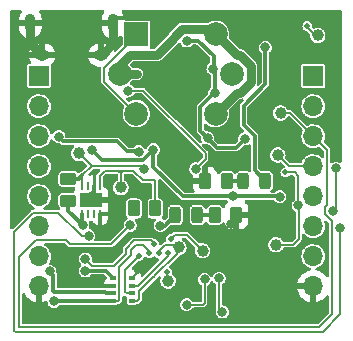
<source format=gbr>
%TF.GenerationSoftware,KiCad,Pcbnew,6.0.4-6f826c9f35~116~ubuntu20.04.1*%
%TF.CreationDate,2022-04-08T13:22:15+02:00*%
%TF.ProjectId,BACKUP_PROJECT,4241434b-5550-45f5-9052-4f4a4543542e,rev?*%
%TF.SameCoordinates,Original*%
%TF.FileFunction,Copper,L1,Top*%
%TF.FilePolarity,Positive*%
%FSLAX46Y46*%
G04 Gerber Fmt 4.6, Leading zero omitted, Abs format (unit mm)*
G04 Created by KiCad (PCBNEW 6.0.4-6f826c9f35~116~ubuntu20.04.1) date 2022-04-08 13:22:15*
%MOMM*%
%LPD*%
G01*
G04 APERTURE LIST*
G04 Aperture macros list*
%AMRoundRect*
0 Rectangle with rounded corners*
0 $1 Rounding radius*
0 $2 $3 $4 $5 $6 $7 $8 $9 X,Y pos of 4 corners*
0 Add a 4 corners polygon primitive as box body*
4,1,4,$2,$3,$4,$5,$6,$7,$8,$9,$2,$3,0*
0 Add four circle primitives for the rounded corners*
1,1,$1+$1,$2,$3*
1,1,$1+$1,$4,$5*
1,1,$1+$1,$6,$7*
1,1,$1+$1,$8,$9*
0 Add four rect primitives between the rounded corners*
20,1,$1+$1,$2,$3,$4,$5,0*
20,1,$1+$1,$4,$5,$6,$7,0*
20,1,$1+$1,$6,$7,$8,$9,0*
20,1,$1+$1,$8,$9,$2,$3,0*%
G04 Aperture macros list end*
%TA.AperFunction,SMDPad,CuDef*%
%ADD10C,1.000000*%
%TD*%
%TA.AperFunction,SMDPad,CuDef*%
%ADD11RoundRect,0.243750X-0.243750X-0.456250X0.243750X-0.456250X0.243750X0.456250X-0.243750X0.456250X0*%
%TD*%
%TA.AperFunction,ComponentPad*%
%ADD12R,1.700000X1.700000*%
%TD*%
%TA.AperFunction,ComponentPad*%
%ADD13O,1.700000X1.700000*%
%TD*%
%TA.AperFunction,SMDPad,CuDef*%
%ADD14R,0.500000X0.350000*%
%TD*%
%TA.AperFunction,SMDPad,CuDef*%
%ADD15RoundRect,0.250000X0.262500X0.450000X-0.262500X0.450000X-0.262500X-0.450000X0.262500X-0.450000X0*%
%TD*%
%TA.AperFunction,SMDPad,CuDef*%
%ADD16R,0.254000X0.762000*%
%TD*%
%TA.AperFunction,SMDPad,CuDef*%
%ADD17R,1.905000X1.193800*%
%TD*%
%TA.AperFunction,SMDPad,CuDef*%
%ADD18RoundRect,0.250000X-0.262500X-0.450000X0.262500X-0.450000X0.262500X0.450000X-0.262500X0.450000X0*%
%TD*%
%TA.AperFunction,SMDPad,CuDef*%
%ADD19RoundRect,0.250000X0.450000X-0.262500X0.450000X0.262500X-0.450000X0.262500X-0.450000X-0.262500X0*%
%TD*%
%TA.AperFunction,ComponentPad*%
%ADD20R,2.000000X2.000000*%
%TD*%
%TA.AperFunction,ComponentPad*%
%ADD21C,2.000000*%
%TD*%
%TA.AperFunction,SMDPad,CuDef*%
%ADD22RoundRect,0.243750X0.243750X0.456250X-0.243750X0.456250X-0.243750X-0.456250X0.243750X-0.456250X0*%
%TD*%
%TA.AperFunction,ComponentPad*%
%ADD23O,1.250000X0.950000*%
%TD*%
%TA.AperFunction,ComponentPad*%
%ADD24O,0.890000X1.550000*%
%TD*%
%TA.AperFunction,ViaPad*%
%ADD25C,0.800000*%
%TD*%
%TA.AperFunction,ViaPad*%
%ADD26C,0.508000*%
%TD*%
%TA.AperFunction,Conductor*%
%ADD27C,0.152400*%
%TD*%
%TA.AperFunction,Conductor*%
%ADD28C,0.200000*%
%TD*%
%TA.AperFunction,Conductor*%
%ADD29C,0.304800*%
%TD*%
%TA.AperFunction,Conductor*%
%ADD30C,0.762000*%
%TD*%
G04 APERTURE END LIST*
D10*
%TO.P,TP9,1,1*%
%TO.N,/USART1_RX*%
X150164800Y-79197200D03*
%TD*%
%TO.P,TP6,1,1*%
%TO.N,/SPI1_MISO*%
X140868400Y-89865200D03*
%TD*%
%TO.P,TP8,1,1*%
%TO.N,/USART1_TX*%
X150393400Y-75641200D03*
%TD*%
D11*
%TO.P,D2,1,K*%
%TO.N,Net-(D2-Pad1)*%
X147246100Y-81381600D03*
%TO.P,D2,2,A*%
%TO.N,+3V3*%
X149121100Y-81381600D03*
%TD*%
D12*
%TO.P,J1,1,Pin_1*%
%TO.N,unconnected-(J1-Pad1)*%
X129946000Y-72517000D03*
D13*
%TO.P,J1,2,Pin_2*%
%TO.N,/RST*%
X129946000Y-75057000D03*
%TO.P,J1,3,Pin_3*%
%TO.N,unconnected-(J1-Pad3)*%
X129946000Y-77597000D03*
%TO.P,J1,4,Pin_4*%
%TO.N,unconnected-(J1-Pad4)*%
X129946000Y-80137000D03*
%TO.P,J1,5,Pin_5*%
%TO.N,unconnected-(J1-Pad5)*%
X129946000Y-82677000D03*
%TO.P,J1,6,Pin_6*%
%TO.N,unconnected-(J1-Pad6)*%
X129946000Y-85217000D03*
%TO.P,J1,7,Pin_7*%
%TO.N,unconnected-(J1-Pad7)*%
X129946000Y-87757000D03*
%TO.P,J1,8,Pin_8*%
%TO.N,GND*%
X129946000Y-90297000D03*
%TD*%
D10*
%TO.P,TP2,1,1*%
%TO.N,/SDA*%
X136880600Y-81940400D03*
%TD*%
D14*
%TO.P,U8,1,GND*%
%TO.N,GND*%
X137807600Y-89601400D03*
%TO.P,U8,2,CSB*%
%TO.N,/SPI1_NSS*%
X137807600Y-90251400D03*
%TO.P,U8,3,SDI*%
%TO.N,/SPI1_MOSI*%
X137807600Y-90901400D03*
%TO.P,U8,4,SCK*%
%TO.N,/SPI1_SCK*%
X137807600Y-91551400D03*
%TO.P,U8,5,SDO*%
%TO.N,/SPI1_MISO*%
X136207600Y-91551400D03*
%TO.P,U8,6,VDDIO*%
%TO.N,+3V3*%
X136207600Y-90901400D03*
%TO.P,U8,7,GND*%
%TO.N,GND*%
X136207600Y-90251400D03*
%TO.P,U8,8,VDD*%
%TO.N,+3V3*%
X136207600Y-89601400D03*
%TD*%
D10*
%TO.P,TP1,1,1*%
%TO.N,/SCL*%
X133324600Y-79044800D03*
%TD*%
D15*
%TO.P,R7,1*%
%TO.N,Net-(D2-Pad1)*%
X145846800Y-81381600D03*
%TO.P,R7,2*%
%TO.N,GND*%
X144021800Y-81381600D03*
%TD*%
D16*
%TO.P,U5,1,SDA*%
%TO.N,/SDA*%
X135116001Y-81788000D03*
%TO.P,U5,2,ADDR*%
%TO.N,GND*%
X134616000Y-81788000D03*
%TO.P,U5,3,ALERT*%
%TO.N,unconnected-(U5-Pad3)*%
X134116000Y-81788000D03*
%TO.P,U5,4,SCL*%
%TO.N,/SCL*%
X133615999Y-81788000D03*
%TO.P,U5,5,VDD*%
%TO.N,+3V3*%
X133615999Y-84226400D03*
%TO.P,U5,6,NRESET*%
%TO.N,unconnected-(U5-Pad6)*%
X134116000Y-84226400D03*
%TO.P,U5,7,R*%
%TO.N,unconnected-(U5-Pad7)*%
X134616000Y-84226400D03*
%TO.P,U5,8,VSS*%
%TO.N,GND*%
X135116001Y-84226400D03*
D17*
%TO.P,U5,9,VSS*%
X134366000Y-83007200D03*
%TD*%
D18*
%TO.P,R2,1*%
%TO.N,+3V3*%
X137976600Y-83718400D03*
%TO.P,R2,2*%
%TO.N,/SDA*%
X139801600Y-83718400D03*
%TD*%
%TO.P,R5,1*%
%TO.N,Net-(D1-Pad1)*%
X144832700Y-84277200D03*
%TO.P,R5,2*%
%TO.N,GND*%
X146657700Y-84277200D03*
%TD*%
D10*
%TO.P,TP4,1,1*%
%TO.N,/SPI1_NSS*%
X143789400Y-87299800D03*
%TD*%
D12*
%TO.P,J2,1,Pin_1*%
%TO.N,unconnected-(J2-Pad1)*%
X153162000Y-72517000D03*
D13*
%TO.P,J2,2,Pin_2*%
%TO.N,/INT*%
X153162000Y-75057000D03*
%TO.P,J2,3,Pin_3*%
%TO.N,/USART1_TX*%
X153162000Y-77597000D03*
%TO.P,J2,4,Pin_4*%
%TO.N,/USART1_RX*%
X153162000Y-80137000D03*
%TO.P,J2,5,Pin_5*%
%TO.N,unconnected-(J2-Pad5)*%
X153162000Y-82677000D03*
%TO.P,J2,6,Pin_6*%
%TO.N,unconnected-(J2-Pad6)*%
X153162000Y-85217000D03*
%TO.P,J2,7,Pin_7*%
%TO.N,unconnected-(J2-Pad7)*%
X153162000Y-87757000D03*
%TO.P,J2,8,Pin_8*%
%TO.N,GND*%
X153162000Y-90297000D03*
%TD*%
D10*
%TO.P,TP10,1,1*%
%TO.N,Net-(R9-Pad1)*%
X153543000Y-69062600D03*
%TD*%
%TO.P,TP5,1,1*%
%TO.N,/SPI1_SCK*%
X141782800Y-87020400D03*
%TD*%
D19*
%TO.P,R3,1*%
%TO.N,+3V3*%
X132435600Y-83054200D03*
%TO.P,R3,2*%
%TO.N,/SCL*%
X132435600Y-81229200D03*
%TD*%
D20*
%TO.P,U6,1,B1*%
%TO.N,Net-(R9-Pad1)*%
X138176000Y-68961000D03*
D21*
%TO.P,U6,2,VH+*%
%TO.N,+5V*%
X136786000Y-72321000D03*
%TO.P,U6,3,B2*%
%TO.N,Net-(R9-Pad1)*%
X138176000Y-75681000D03*
%TO.P,U6,4,A2*%
%TO.N,+5V*%
X144896000Y-75681000D03*
%TO.P,U6,5,VH-*%
%TO.N,Net-(R8-Pad1)*%
X146286000Y-72321000D03*
%TO.P,U6,6,A1*%
%TO.N,+5V*%
X144896000Y-68961000D03*
%TD*%
D22*
%TO.P,D1,1,K*%
%TO.N,Net-(D1-Pad1)*%
X143357600Y-84277200D03*
%TO.P,D1,2,A*%
%TO.N,Net-(D1-Pad2)*%
X141482600Y-84277200D03*
%TD*%
D10*
%TO.P,TP3,1,1*%
%TO.N,/USART2_TX*%
X150012400Y-86791800D03*
%TD*%
D23*
%TO.P,J3,6,Shield*%
%TO.N,GND*%
X130215000Y-70742000D03*
D24*
X136215000Y-68042000D03*
D23*
X135215000Y-70742000D03*
D24*
X129215000Y-68042000D03*
%TD*%
D25*
%TO.N,VBUS*%
X147370800Y-77825600D03*
X142440475Y-69529148D03*
X144217100Y-77749400D03*
X144805400Y-73964800D03*
X144678400Y-71882000D03*
%TO.N,GND*%
X150164800Y-77774800D03*
X141590000Y-72883000D03*
X154686000Y-73812400D03*
X135720100Y-92532200D03*
X132029200Y-80060800D03*
X131253428Y-81950843D03*
X138303000Y-88874600D03*
X144932400Y-86918800D03*
X142044092Y-80573507D03*
X149301200Y-85039200D03*
X146202400Y-77825600D03*
X146172000Y-85069600D03*
X151790400Y-71475600D03*
X136093200Y-74574400D03*
X136829800Y-84480400D03*
X138099800Y-77876400D03*
X143611600Y-70866000D03*
X140970000Y-92913200D03*
X147116800Y-68224400D03*
X140563600Y-68580000D03*
X142646400Y-76149200D03*
X146024600Y-90830400D03*
X142341600Y-92837000D03*
X139877800Y-76276200D03*
X131673600Y-68072000D03*
%TO.N,+3V3*%
X149108400Y-81366400D03*
X130860800Y-89052400D03*
X133858000Y-89001600D03*
X132435600Y-83054200D03*
X149103100Y-70083700D03*
X133636942Y-85092639D03*
X137972800Y-83718400D03*
%TO.N,Net-(D1-Pad2)*%
X140208000Y-85171411D03*
%TO.N,/SDA*%
X139801600Y-83667600D03*
%TO.N,/SCL*%
X138825568Y-80406779D03*
%TO.N,Net-(R4-Pad1)*%
X131622800Y-77647800D03*
X138378644Y-78902500D03*
D26*
%TO.N,/SPI1_MISO*%
X139280621Y-87528400D03*
D25*
X131216400Y-91592400D03*
D26*
X140808035Y-89112765D03*
%TO.N,/SPI1_NSS*%
X139700000Y-86715600D03*
X141122400Y-86283800D03*
D25*
X133858000Y-88002097D03*
D26*
X140906221Y-87528400D03*
D25*
%TO.N,/ADC1_IN0*%
X145465800Y-92474500D03*
X145198459Y-89630553D03*
X154838400Y-83921600D03*
X155092400Y-80314800D03*
%TO.N,/USART2_TX*%
X143229248Y-80364152D03*
D26*
X150799800Y-80670400D03*
D25*
X151892000Y-83464400D03*
X143967200Y-89712800D03*
X142443200Y-91871800D03*
X137508945Y-73747808D03*
D26*
%TO.N,/SPI1_SCK*%
X140093421Y-87528400D03*
%TO.N,/SPI1_MOSI*%
X138383162Y-87783162D03*
D25*
%TO.N,/USART1_TX*%
X137661923Y-85144548D03*
%TO.N,/USART1_RX*%
X134142975Y-86033645D03*
X155429000Y-85369400D03*
%TO.N,Net-(Q1-Pad2)*%
X139633897Y-78740000D03*
X150332500Y-82727800D03*
X134416800Y-78790800D03*
X146354800Y-82702400D03*
D26*
%TO.N,Net-(R9-Pad1)*%
X152655900Y-68275200D03*
%TD*%
D27*
%TO.N,/SPI1_MISO*%
X140808035Y-89112765D02*
X140808035Y-89804835D01*
X140808035Y-89804835D02*
X140868400Y-89865200D01*
X140808035Y-89112765D02*
X140792200Y-89128600D01*
X140792200Y-89128600D02*
X140792200Y-89763600D01*
D28*
%TO.N,/SPI1_SCK*%
X139700000Y-89476086D02*
X139708114Y-89476086D01*
X139708114Y-89476086D02*
X141605732Y-87578468D01*
X141605732Y-87578468D02*
X141605732Y-86894132D01*
X141540489Y-86828889D02*
X140616473Y-86828889D01*
X141605732Y-86894132D02*
X141540489Y-86828889D01*
X140616473Y-86828889D02*
X140093421Y-87351941D01*
X140093421Y-87351941D02*
X140093421Y-87528400D01*
D29*
%TO.N,VBUS*%
X146618889Y-78577511D02*
X147370800Y-77825600D01*
X144217100Y-77749400D02*
X145045211Y-78577511D01*
X143443148Y-69529148D02*
X144734911Y-70820911D01*
X144805400Y-73964800D02*
X144803546Y-73964800D01*
X144734911Y-70820911D02*
X144734911Y-71825489D01*
X143617089Y-75151257D02*
X143617089Y-77149389D01*
X142440475Y-69529148D02*
X143443148Y-69529148D01*
X144734911Y-71825489D02*
X144678400Y-71882000D01*
X144805400Y-72009000D02*
X144678400Y-71882000D01*
X143617089Y-77149389D02*
X144217100Y-77749400D01*
X145045211Y-78577511D02*
X146618889Y-78577511D01*
X144805400Y-73964800D02*
X144805400Y-72009000D01*
X144803546Y-73964800D02*
X143617089Y-75151257D01*
D30*
%TO.N,GND*%
X136245600Y-69748400D02*
X136215000Y-69717800D01*
D29*
X134616000Y-82757200D02*
X134366000Y-83007200D01*
X139592689Y-67609089D02*
X136647911Y-67609089D01*
X134616000Y-81788000D02*
X134616000Y-82757200D01*
D30*
X135215000Y-70742000D02*
X135252000Y-70742000D01*
X135252000Y-70742000D02*
X136245600Y-69748400D01*
D29*
X135128000Y-84277200D02*
X135128000Y-85242400D01*
X140563600Y-68580000D02*
X139592689Y-67609089D01*
D30*
X129215000Y-69742000D02*
X130215000Y-70742000D01*
X129215000Y-68042000D02*
X129215000Y-69742000D01*
D29*
X135116001Y-84265201D02*
X135128000Y-84277200D01*
D28*
X138303000Y-89106000D02*
X137807600Y-89601400D01*
D29*
X136647911Y-67609089D02*
X136215000Y-68042000D01*
D30*
X136215000Y-69717800D02*
X136215000Y-68042000D01*
D29*
X135116001Y-84226400D02*
X135116001Y-84265201D01*
D28*
X138303000Y-88874600D02*
X138303000Y-89106000D01*
D29*
X135116001Y-84226400D02*
X135890000Y-84226400D01*
%TO.N,+3V3*%
X135527320Y-90775920D02*
X135652800Y-90901400D01*
X132435600Y-83891297D02*
X132435600Y-83054200D01*
X149103100Y-70083700D02*
X149103100Y-73197700D01*
X148209000Y-80469500D02*
X149121100Y-81381600D01*
X149103100Y-73197700D02*
X147269200Y-75031600D01*
X135607800Y-89001600D02*
X136207600Y-89601400D01*
X131147911Y-89339511D02*
X131147911Y-90678000D01*
X130860800Y-89052400D02*
X131147911Y-89339511D01*
X133615999Y-85071696D02*
X133615999Y-84226400D01*
X147269200Y-76660636D02*
X148209000Y-77600436D01*
X131245831Y-90775920D02*
X135527320Y-90775920D01*
X131147911Y-90678000D02*
X131245831Y-90775920D01*
X147269200Y-75031600D02*
X147269200Y-76660636D01*
X148209000Y-77600436D02*
X148209000Y-80469500D01*
X133858000Y-89001600D02*
X135607800Y-89001600D01*
X133636942Y-85092639D02*
X133615999Y-85071696D01*
X135652800Y-90901400D02*
X136207600Y-90901400D01*
X133636942Y-85092639D02*
X132435600Y-83891297D01*
D30*
%TO.N,+5V*%
X147866511Y-71666330D02*
X147866511Y-72975670D01*
X136786000Y-72321000D02*
X136595489Y-72511511D01*
X144896000Y-68961000D02*
X144483637Y-68548637D01*
X146675489Y-73901511D02*
X144896000Y-75681000D01*
X139954000Y-70713600D02*
X141325600Y-69342000D01*
X144896000Y-68961000D02*
X146675489Y-70740489D01*
X146675489Y-70740489D02*
X146940670Y-70740489D01*
X144483637Y-68548637D02*
X142034333Y-68548637D01*
X147866511Y-72975670D02*
X146940670Y-73901511D01*
X136786000Y-72321000D02*
X138200213Y-72321000D01*
X136786000Y-71595600D02*
X137668000Y-70713600D01*
X136786000Y-72321000D02*
X136786000Y-71595600D01*
X146940670Y-70740489D02*
X147866511Y-71666330D01*
X146940670Y-73901511D02*
X146675489Y-73901511D01*
X137668000Y-70713600D02*
X139954000Y-70713600D01*
X142034333Y-68548637D02*
X141459964Y-69123006D01*
D29*
%TO.N,Net-(D1-Pad1)*%
X143357600Y-84277200D02*
X144832700Y-84277200D01*
%TO.N,Net-(D1-Pad2)*%
X140588389Y-85171411D02*
X141482600Y-84277200D01*
X140208000Y-85171411D02*
X140588389Y-85171411D01*
D28*
%TO.N,/SDA*%
X135534400Y-80516400D02*
X135116001Y-80934799D01*
X139700000Y-81330800D02*
X138760330Y-81330800D01*
X139801600Y-81432400D02*
X139700000Y-81330800D01*
X137945930Y-80516400D02*
X137060000Y-80516400D01*
X137060000Y-80516400D02*
X136653600Y-80516400D01*
X136653600Y-80516400D02*
X135534400Y-80516400D01*
X135116001Y-80934799D02*
X135116001Y-81788000D01*
X139801600Y-83667600D02*
X139801600Y-81432400D01*
D27*
X136880600Y-81940400D02*
X136880600Y-80743400D01*
D28*
X138760330Y-81330800D02*
X137945930Y-80516400D01*
D27*
X136880600Y-80743400D02*
X136880600Y-80695800D01*
X136880600Y-80695800D02*
X137060000Y-80516400D01*
X136880600Y-80743400D02*
X136653600Y-80516400D01*
D28*
%TO.N,/SCL*%
X134625280Y-80116880D02*
X134411520Y-80116880D01*
D27*
X134396680Y-80116880D02*
X134625280Y-80116880D01*
X133324600Y-79044800D02*
X134396680Y-80116880D01*
D29*
X133299200Y-81229200D02*
X133615999Y-80912401D01*
D28*
X134411520Y-80116880D02*
X133615999Y-80912401D01*
X133615999Y-80912401D02*
X133615999Y-81788000D01*
D29*
X132435600Y-81229200D02*
X133299200Y-81229200D01*
D28*
X138535669Y-80116880D02*
X134625280Y-80116880D01*
X138825568Y-80406779D02*
X138535669Y-80116880D01*
D29*
%TO.N,Net-(R4-Pad1)*%
X138033700Y-78902500D02*
X138378644Y-78902500D01*
X136560489Y-78038889D02*
X137414000Y-78892400D01*
X138023600Y-78892400D02*
X138033700Y-78902500D01*
X131622800Y-77647800D02*
X132013889Y-78038889D01*
X132013889Y-78038889D02*
X136560489Y-78038889D01*
X137414000Y-78892400D02*
X138023600Y-78892400D01*
D28*
%TO.N,/SPI1_MISO*%
X138178073Y-86828889D02*
X137768310Y-87238652D01*
X137768310Y-87238652D02*
X137768310Y-87662905D01*
D29*
X131257400Y-91551400D02*
X136207600Y-91551400D01*
D28*
X136757111Y-91451889D02*
X136657600Y-91551400D01*
X139280621Y-87528400D02*
X139280621Y-87351941D01*
X139280621Y-87528400D02*
X139280621Y-87490021D01*
X136657600Y-91551400D02*
X136207600Y-91551400D01*
X138757569Y-86828889D02*
X138178073Y-86828889D01*
X137768310Y-87662905D02*
X136757111Y-88674104D01*
D29*
X131216400Y-91592400D02*
X131257400Y-91551400D01*
D28*
X136757111Y-88674104D02*
X136757111Y-91451889D01*
X139280621Y-87351941D02*
X138757569Y-86828889D01*
%TO.N,/SPI1_NSS*%
X140906221Y-87351941D02*
X140906221Y-87528400D01*
X140906221Y-87528400D02*
X140906221Y-87704859D01*
X141452600Y-85953600D02*
X141122400Y-86283800D01*
X137299705Y-87566504D02*
X137299705Y-87142251D01*
X140906221Y-87704859D02*
X138359680Y-90251400D01*
X133858000Y-88002097D02*
X134405583Y-88549680D01*
X134405583Y-88549680D02*
X136316529Y-88549680D01*
X136316529Y-88549680D02*
X137299705Y-87566504D01*
X139413769Y-86429369D02*
X139700000Y-86715600D01*
X137299705Y-87142251D02*
X138012587Y-86429369D01*
X138359680Y-90251400D02*
X137807600Y-90251400D01*
X142443200Y-85953600D02*
X141452600Y-85953600D01*
X143789400Y-87299800D02*
X142443200Y-85953600D01*
X138012587Y-86429369D02*
X139413769Y-86429369D01*
D27*
%TO.N,/ADC1_IN0*%
X145465800Y-92474500D02*
X145198459Y-92207159D01*
X155092400Y-83667600D02*
X154838400Y-83921600D01*
X145198459Y-92207159D02*
X145198459Y-89630553D01*
X155092400Y-80314800D02*
X155092400Y-83667600D01*
%TO.N,/USART2_TX*%
X144052999Y-79019400D02*
X138781407Y-73747808D01*
X142443200Y-91871800D02*
X143789400Y-91871800D01*
X144052999Y-79540401D02*
X144052999Y-79019400D01*
D28*
X151892000Y-80949800D02*
X151612600Y-80670400D01*
D27*
X143789400Y-91871800D02*
X143967200Y-91694000D01*
D28*
X151612600Y-80670400D02*
X150799800Y-80670400D01*
D27*
X151485600Y-86791800D02*
X151968200Y-86309200D01*
X143229248Y-80364152D02*
X144052999Y-79540401D01*
X143967200Y-91694000D02*
X143967200Y-89712800D01*
X151968200Y-83540600D02*
X151892000Y-83464400D01*
D28*
X151892000Y-83464400D02*
X151892000Y-80949800D01*
D27*
X138781407Y-73747808D02*
X137508945Y-73747808D01*
X151968200Y-86309200D02*
X151968200Y-83540600D01*
X150012400Y-86791800D02*
X151485600Y-86791800D01*
D28*
%TO.N,/SPI1_SCK*%
X139700000Y-89476086D02*
X139700000Y-89509600D01*
X138257600Y-91551400D02*
X138430000Y-91379000D01*
X138430000Y-90746086D02*
X139700000Y-89476086D01*
X138430000Y-91135200D02*
X138430000Y-90746086D01*
X137807600Y-91551400D02*
X138257600Y-91551400D01*
X138430000Y-91379000D02*
X138430000Y-91135200D01*
%TO.N,/SPI1_MOSI*%
X138383158Y-87783174D02*
X137258089Y-88908243D01*
X137357600Y-90901400D02*
X137807600Y-90901400D01*
X137258089Y-90801889D02*
X137357600Y-90901400D01*
X137258089Y-88908243D02*
X137258089Y-90801889D01*
%TO.N,/USART1_TX*%
X154736800Y-92684600D02*
X154736800Y-85666459D01*
X154736800Y-85666459D02*
X154729489Y-85659148D01*
X154729489Y-84801948D02*
X154138889Y-84211348D01*
X128263120Y-87814225D02*
X128263120Y-93751400D01*
X154729489Y-85659148D02*
X154729489Y-84801948D01*
D27*
X152984200Y-77597000D02*
X153162000Y-77597000D01*
D28*
X129691945Y-86385400D02*
X128263120Y-87814225D01*
X128263120Y-93751400D02*
X153670000Y-93751400D01*
D27*
X150393400Y-75641200D02*
X151206200Y-75641200D01*
D28*
X132232400Y-86385400D02*
X129691945Y-86385400D01*
X132580156Y-86733156D02*
X132232400Y-86385400D01*
X154311511Y-83459230D02*
X154311511Y-78746511D01*
X137661923Y-85144548D02*
X136073315Y-86733156D01*
D27*
X151206200Y-75641200D02*
X153162000Y-77597000D01*
D28*
X153670000Y-93751400D02*
X154736800Y-92684600D01*
X154138889Y-84211348D02*
X154138889Y-83631852D01*
X154311511Y-78746511D02*
X153162000Y-77597000D01*
X154138889Y-83631852D02*
X154311511Y-83459230D01*
X136073315Y-86733156D02*
X132580156Y-86733156D01*
%TO.N,/USART1_RX*%
X153956281Y-94150919D02*
X127958319Y-94150919D01*
D27*
X151104600Y-80137000D02*
X150164800Y-79197200D01*
D28*
X127863600Y-94056200D02*
X127863600Y-85673745D01*
X155422600Y-85375800D02*
X155422600Y-92684600D01*
X133557045Y-86033645D02*
X134142975Y-86033645D01*
X155422600Y-92684600D02*
X153956281Y-94150919D01*
X155429000Y-85369400D02*
X155422600Y-85375800D01*
D27*
X153162000Y-80137000D02*
X151104600Y-80137000D01*
D28*
X131590889Y-84067489D02*
X133557045Y-86033645D01*
X129469856Y-84067489D02*
X131590889Y-84067489D01*
X127958319Y-94150919D02*
X127863600Y-94056200D01*
X127863600Y-85673745D02*
X129469856Y-84067489D01*
D29*
%TO.N,Net-(Q1-Pad2)*%
X150307100Y-82702400D02*
X146354800Y-82702400D01*
X135280400Y-79654400D02*
X134416800Y-78790800D01*
X139633897Y-80197897D02*
X142138400Y-82702400D01*
X139633897Y-78740000D02*
X138719018Y-79654879D01*
X142138400Y-82702400D02*
X146354800Y-82702400D01*
X138432968Y-79654400D02*
X135280400Y-79654400D01*
X138719018Y-79654879D02*
X138433447Y-79654879D01*
X139633897Y-78740000D02*
X139633897Y-80197897D01*
X150332500Y-82727800D02*
X150307100Y-82702400D01*
X138433447Y-79654879D02*
X138432968Y-79654400D01*
D28*
%TO.N,Net-(R9-Pad1)*%
X138176000Y-69093213D02*
X135486489Y-71782724D01*
X135486489Y-72991489D02*
X138176000Y-75681000D01*
X138176000Y-68961000D02*
X138176000Y-69093213D01*
X152655900Y-68378700D02*
X153644600Y-69367400D01*
X152655900Y-68275200D02*
X152655900Y-68378700D01*
X135486489Y-71782724D02*
X135486489Y-72991489D01*
D29*
%TO.N,Net-(D2-Pad1)*%
X145846800Y-81381600D02*
X147246100Y-81381600D01*
%TD*%
%TA.AperFunction,Conductor*%
%TO.N,GND*%
G36*
X155517121Y-66949002D02*
G01*
X155563614Y-67002658D01*
X155575000Y-67055000D01*
X155575000Y-79732693D01*
X155554998Y-79800814D01*
X155501342Y-79847307D01*
X155431068Y-79857411D01*
X155386340Y-79838577D01*
X155384941Y-79841000D01*
X155377788Y-79836870D01*
X155371236Y-79831843D01*
X155236736Y-79776131D01*
X155171344Y-79767522D01*
X155100588Y-79758207D01*
X155092400Y-79757129D01*
X155084212Y-79758207D01*
X154956250Y-79775053D01*
X154956248Y-79775054D01*
X154948064Y-79776131D01*
X154909973Y-79791909D01*
X154821193Y-79828683D01*
X154821191Y-79828684D01*
X154813565Y-79831843D01*
X154807014Y-79836870D01*
X154807010Y-79836872D01*
X154767114Y-79867485D01*
X154700894Y-79893085D01*
X154631345Y-79878820D01*
X154580550Y-79829219D01*
X154564411Y-79767522D01*
X154564411Y-78783832D01*
X154566832Y-78759252D01*
X154566945Y-78758684D01*
X154566945Y-78758682D01*
X154569366Y-78746511D01*
X154549738Y-78647834D01*
X154542844Y-78637516D01*
X154542843Y-78637514D01*
X154524363Y-78609858D01*
X154507953Y-78585298D01*
X154507952Y-78585297D01*
X154493842Y-78564180D01*
X154483041Y-78556963D01*
X154463948Y-78541293D01*
X154095042Y-78172387D01*
X154061016Y-78110075D01*
X154066081Y-78039260D01*
X154074578Y-78021060D01*
X154082628Y-78006890D01*
X154144710Y-77820266D01*
X154169360Y-77625138D01*
X154169753Y-77597000D01*
X154150561Y-77401260D01*
X154093714Y-77212975D01*
X154028396Y-77090129D01*
X154004273Y-77044760D01*
X154004271Y-77044757D01*
X154001379Y-77039318D01*
X153997489Y-77034548D01*
X153997486Y-77034544D01*
X153880967Y-76891678D01*
X153880964Y-76891675D01*
X153877072Y-76886903D01*
X153855750Y-76869264D01*
X153730278Y-76765464D01*
X153730274Y-76765462D01*
X153725528Y-76761535D01*
X153552520Y-76667990D01*
X153364637Y-76609830D01*
X153358519Y-76609187D01*
X153358514Y-76609186D01*
X153175164Y-76589916D01*
X153175162Y-76589916D01*
X153169035Y-76589272D01*
X153086199Y-76596810D01*
X152979305Y-76606538D01*
X152979302Y-76606539D01*
X152973166Y-76607097D01*
X152784489Y-76662628D01*
X152715817Y-76698529D01*
X152713592Y-76699692D01*
X152643957Y-76713526D01*
X152577896Y-76687516D01*
X152566122Y-76677125D01*
X151374775Y-75485778D01*
X151370234Y-75480994D01*
X151365519Y-75475758D01*
X151343870Y-75451714D01*
X151324914Y-75443274D01*
X151307542Y-75433842D01*
X151301243Y-75429751D01*
X151301241Y-75429750D01*
X151290136Y-75422539D01*
X151277057Y-75420468D01*
X151272142Y-75418581D01*
X151266996Y-75417487D01*
X151254897Y-75412100D01*
X151234147Y-75412100D01*
X151214436Y-75410549D01*
X151207019Y-75409374D01*
X151207018Y-75409374D01*
X151193942Y-75407303D01*
X151181153Y-75410730D01*
X151167925Y-75411423D01*
X151167902Y-75410987D01*
X151159450Y-75412100D01*
X151091057Y-75412100D01*
X151022936Y-75392098D01*
X150979395Y-75344476D01*
X150978939Y-75343603D01*
X150976252Y-75336493D01*
X150933403Y-75274147D01*
X150891046Y-75212517D01*
X150891045Y-75212515D01*
X150886744Y-75206258D01*
X150832647Y-75158059D01*
X150774422Y-75106183D01*
X150768755Y-75101134D01*
X150762049Y-75097583D01*
X150762047Y-75097582D01*
X150685400Y-75057000D01*
X150658826Y-75042930D01*
X152154345Y-75042930D01*
X152157682Y-75082670D01*
X152168151Y-75207334D01*
X152170803Y-75238919D01*
X152172502Y-75244844D01*
X152220462Y-75412100D01*
X152225015Y-75427979D01*
X152227830Y-75433456D01*
X152227831Y-75433459D01*
X152312101Y-75597431D01*
X152314916Y-75602908D01*
X152318739Y-75607732D01*
X152318742Y-75607736D01*
X152373882Y-75677305D01*
X152437083Y-75757044D01*
X152441777Y-75761038D01*
X152441777Y-75761039D01*
X152477434Y-75791385D01*
X152586862Y-75884516D01*
X152592240Y-75887522D01*
X152592242Y-75887523D01*
X152621868Y-75904080D01*
X152758547Y-75980467D01*
X152945600Y-76041244D01*
X153140895Y-76064532D01*
X153147030Y-76064060D01*
X153147032Y-76064060D01*
X153330852Y-76049916D01*
X153330856Y-76049915D01*
X153336994Y-76049443D01*
X153526428Y-75996552D01*
X153531932Y-75993772D01*
X153531934Y-75993771D01*
X153696480Y-75910653D01*
X153696482Y-75910652D01*
X153701981Y-75907874D01*
X153856966Y-75786786D01*
X153860992Y-75782122D01*
X153860995Y-75782119D01*
X153981451Y-75642569D01*
X153981452Y-75642567D01*
X153985480Y-75637901D01*
X153991797Y-75626782D01*
X154072245Y-75485167D01*
X154082628Y-75466890D01*
X154144710Y-75280266D01*
X154169360Y-75085138D01*
X154169753Y-75057000D01*
X154150561Y-74861260D01*
X154093714Y-74672975D01*
X154047547Y-74586147D01*
X154004273Y-74504760D01*
X154004271Y-74504757D01*
X154001379Y-74499318D01*
X153997489Y-74494548D01*
X153997486Y-74494544D01*
X153880967Y-74351678D01*
X153880964Y-74351675D01*
X153877072Y-74346903D01*
X153850348Y-74324795D01*
X153730278Y-74225464D01*
X153730274Y-74225462D01*
X153725528Y-74221535D01*
X153552520Y-74127990D01*
X153364637Y-74069830D01*
X153358519Y-74069187D01*
X153358514Y-74069186D01*
X153175164Y-74049916D01*
X153175162Y-74049916D01*
X153169035Y-74049272D01*
X153086199Y-74056810D01*
X152979305Y-74066538D01*
X152979302Y-74066539D01*
X152973166Y-74067097D01*
X152784489Y-74122628D01*
X152610192Y-74213748D01*
X152456912Y-74336988D01*
X152452954Y-74341705D01*
X152452952Y-74341707D01*
X152438330Y-74359133D01*
X152330489Y-74487653D01*
X152235739Y-74660004D01*
X152233878Y-74665871D01*
X152233877Y-74665873D01*
X152231624Y-74672975D01*
X152176269Y-74847476D01*
X152154345Y-75042930D01*
X150658826Y-75042930D01*
X150629097Y-75027189D01*
X150475831Y-74988691D01*
X150468233Y-74988651D01*
X150468231Y-74988651D01*
X150400715Y-74988298D01*
X150317806Y-74987864D01*
X150310427Y-74989636D01*
X150310423Y-74989636D01*
X150171525Y-75022982D01*
X150171521Y-75022983D01*
X150164146Y-75024754D01*
X150101671Y-75057000D01*
X150047155Y-75085138D01*
X150023721Y-75097233D01*
X150017999Y-75102225D01*
X150017997Y-75102226D01*
X149953994Y-75158059D01*
X149904637Y-75201116D01*
X149813771Y-75330406D01*
X149811009Y-75337489D01*
X149811009Y-75337490D01*
X149759346Y-75470001D01*
X149756368Y-75477638D01*
X149749465Y-75530071D01*
X149739876Y-75602908D01*
X149735741Y-75634313D01*
X149741304Y-75684704D01*
X149749732Y-75761039D01*
X149753082Y-75791385D01*
X149807389Y-75939787D01*
X149811626Y-75946093D01*
X149811628Y-75946096D01*
X149818795Y-75956761D01*
X149895528Y-76070951D01*
X149901146Y-76076063D01*
X149917905Y-76091312D01*
X150012410Y-76177305D01*
X150151286Y-76252709D01*
X150304141Y-76292810D01*
X150384644Y-76294075D01*
X150454549Y-76295173D01*
X150454552Y-76295173D01*
X150462148Y-76295292D01*
X150469553Y-76293596D01*
X150469554Y-76293596D01*
X150526051Y-76280656D01*
X150616186Y-76260013D01*
X150757363Y-76189008D01*
X150763135Y-76184079D01*
X150763137Y-76184077D01*
X150871751Y-76091312D01*
X150871755Y-76091308D01*
X150877527Y-76086378D01*
X150942074Y-75996552D01*
X150965309Y-75964218D01*
X150965310Y-75964216D01*
X150969743Y-75958047D01*
X150970916Y-75955129D01*
X151019917Y-75906409D01*
X151089334Y-75891517D01*
X151155783Y-75916519D01*
X151169079Y-75928075D01*
X152241660Y-77000656D01*
X152275686Y-77062968D01*
X152270621Y-77133783D01*
X152262980Y-77150451D01*
X152238707Y-77194604D01*
X152238705Y-77194609D01*
X152235739Y-77200004D01*
X152233878Y-77205871D01*
X152233877Y-77205873D01*
X152208164Y-77286931D01*
X152176269Y-77387476D01*
X152154345Y-77582930D01*
X152157797Y-77624035D01*
X152169012Y-77757587D01*
X152170803Y-77778919D01*
X152172502Y-77784844D01*
X152218543Y-77945407D01*
X152225015Y-77967979D01*
X152227830Y-77973456D01*
X152227831Y-77973459D01*
X152295184Y-78104514D01*
X152314916Y-78142908D01*
X152318739Y-78147732D01*
X152318742Y-78147736D01*
X152423618Y-78280055D01*
X152437083Y-78297044D01*
X152441777Y-78301038D01*
X152441777Y-78301039D01*
X152572813Y-78412559D01*
X152586862Y-78424516D01*
X152592240Y-78427522D01*
X152592242Y-78427523D01*
X152598086Y-78430789D01*
X152758547Y-78520467D01*
X152945600Y-78581244D01*
X153140895Y-78604532D01*
X153147030Y-78604060D01*
X153147032Y-78604060D01*
X153330852Y-78589916D01*
X153330856Y-78589915D01*
X153336994Y-78589443D01*
X153526428Y-78536552D01*
X153589504Y-78504691D01*
X153659323Y-78491831D01*
X153725015Y-78518760D01*
X153735407Y-78528062D01*
X154021706Y-78814361D01*
X154055732Y-78876673D01*
X154058611Y-78903456D01*
X154058611Y-79309322D01*
X154038609Y-79377443D01*
X153984953Y-79423936D01*
X153914679Y-79434040D01*
X153852298Y-79406408D01*
X153725528Y-79301535D01*
X153552520Y-79207990D01*
X153364637Y-79149830D01*
X153358519Y-79149187D01*
X153358514Y-79149186D01*
X153175164Y-79129916D01*
X153175162Y-79129916D01*
X153169035Y-79129272D01*
X153086199Y-79136810D01*
X152979305Y-79146538D01*
X152979302Y-79146539D01*
X152973166Y-79147097D01*
X152784489Y-79202628D01*
X152610192Y-79293748D01*
X152605392Y-79297608D01*
X152605391Y-79297608D01*
X152581771Y-79316599D01*
X152456912Y-79416988D01*
X152452954Y-79421705D01*
X152452952Y-79421707D01*
X152378665Y-79510239D01*
X152330489Y-79567653D01*
X152235739Y-79740004D01*
X152233878Y-79745871D01*
X152233877Y-79745873D01*
X152210363Y-79819999D01*
X152170699Y-79878883D01*
X152105497Y-79906975D01*
X152090261Y-79907900D01*
X151251686Y-79907900D01*
X151183565Y-79887898D01*
X151162591Y-79870995D01*
X150818496Y-79526900D01*
X150784470Y-79464588D01*
X150790685Y-79390806D01*
X150797249Y-79374478D01*
X150800085Y-79367424D01*
X150822351Y-79210974D01*
X150822495Y-79197200D01*
X150821314Y-79187435D01*
X150813275Y-79121011D01*
X150803510Y-79040318D01*
X150747652Y-78892493D01*
X150741789Y-78883962D01*
X150662446Y-78768517D01*
X150662445Y-78768515D01*
X150658144Y-78762258D01*
X150634386Y-78741090D01*
X150545822Y-78662183D01*
X150540155Y-78657134D01*
X150533449Y-78653583D01*
X150533447Y-78653582D01*
X150440807Y-78604532D01*
X150400497Y-78583189D01*
X150247231Y-78544691D01*
X150239633Y-78544651D01*
X150239631Y-78544651D01*
X150172115Y-78544298D01*
X150089206Y-78543864D01*
X150081827Y-78545636D01*
X150081823Y-78545636D01*
X149942925Y-78578982D01*
X149942921Y-78578983D01*
X149935546Y-78580754D01*
X149890392Y-78604060D01*
X149823017Y-78638835D01*
X149795121Y-78653233D01*
X149789399Y-78658225D01*
X149789397Y-78658226D01*
X149694408Y-78741090D01*
X149676037Y-78757116D01*
X149671667Y-78763334D01*
X149591666Y-78877165D01*
X149585171Y-78886406D01*
X149582409Y-78893489D01*
X149582409Y-78893490D01*
X149555156Y-78963392D01*
X149527768Y-79033638D01*
X149526777Y-79041167D01*
X149510278Y-79166487D01*
X149507141Y-79190313D01*
X149508501Y-79202628D01*
X149523253Y-79336251D01*
X149524482Y-79347385D01*
X149527091Y-79354516D01*
X149527092Y-79354518D01*
X149540372Y-79390806D01*
X149578789Y-79495787D01*
X149583026Y-79502093D01*
X149583028Y-79502096D01*
X149606011Y-79536297D01*
X149666928Y-79626951D01*
X149672546Y-79632063D01*
X149759514Y-79711197D01*
X149783810Y-79733305D01*
X149922686Y-79808709D01*
X150075541Y-79848810D01*
X150156044Y-79850075D01*
X150225949Y-79851173D01*
X150225952Y-79851173D01*
X150233548Y-79851292D01*
X150240953Y-79849596D01*
X150240954Y-79849596D01*
X150308303Y-79834171D01*
X150378255Y-79818150D01*
X150449120Y-79822439D01*
X150495478Y-79851875D01*
X150716799Y-80073196D01*
X150750825Y-80135508D01*
X150745760Y-80206323D01*
X150703213Y-80263159D01*
X150673875Y-80278372D01*
X150672494Y-80278591D01*
X150663659Y-80283093D01*
X150663658Y-80283093D01*
X150640813Y-80294733D01*
X150557649Y-80337108D01*
X150466508Y-80428249D01*
X150407991Y-80543094D01*
X150387828Y-80670400D01*
X150407991Y-80797706D01*
X150466508Y-80912551D01*
X150557649Y-81003692D01*
X150672494Y-81062209D01*
X150682287Y-81063760D01*
X150784584Y-81079962D01*
X150799800Y-81082372D01*
X150815017Y-81079962D01*
X150917313Y-81063760D01*
X150927106Y-81062209D01*
X151041951Y-81003692D01*
X151085438Y-80960205D01*
X151147750Y-80926179D01*
X151174533Y-80923300D01*
X151455655Y-80923300D01*
X151523776Y-80943302D01*
X151544750Y-80960205D01*
X151602195Y-81017650D01*
X151636221Y-81079962D01*
X151639100Y-81106745D01*
X151639100Y-82899405D01*
X151619098Y-82967526D01*
X151589804Y-82999368D01*
X151508256Y-83061942D01*
X151497667Y-83070067D01*
X151409043Y-83185565D01*
X151405884Y-83193191D01*
X151405883Y-83193193D01*
X151377021Y-83262871D01*
X151353331Y-83320064D01*
X151352254Y-83328248D01*
X151352253Y-83328250D01*
X151345276Y-83381247D01*
X151334329Y-83464400D01*
X151335407Y-83472588D01*
X151352104Y-83599414D01*
X151353331Y-83608736D01*
X151357256Y-83618211D01*
X151405701Y-83735166D01*
X151409043Y-83743235D01*
X151497667Y-83858733D01*
X151613164Y-83947357D01*
X151620790Y-83950516D01*
X151620799Y-83950521D01*
X151661319Y-83967305D01*
X151716600Y-84011853D01*
X151739100Y-84083713D01*
X151739100Y-86162113D01*
X151719098Y-86230234D01*
X151702195Y-86251208D01*
X151427608Y-86525795D01*
X151365296Y-86559821D01*
X151338513Y-86562700D01*
X150710057Y-86562700D01*
X150641936Y-86542698D01*
X150598395Y-86495076D01*
X150597939Y-86494203D01*
X150595252Y-86487093D01*
X150588854Y-86477784D01*
X150510046Y-86363117D01*
X150510045Y-86363115D01*
X150505744Y-86356858D01*
X150472484Y-86327224D01*
X150393422Y-86256783D01*
X150387755Y-86251734D01*
X150381049Y-86248183D01*
X150381047Y-86248182D01*
X150299820Y-86205175D01*
X150248097Y-86177789D01*
X150094831Y-86139291D01*
X150087233Y-86139251D01*
X150087231Y-86139251D01*
X150019715Y-86138898D01*
X149936806Y-86138464D01*
X149929427Y-86140236D01*
X149929423Y-86140236D01*
X149790525Y-86173582D01*
X149790521Y-86173583D01*
X149783146Y-86175354D01*
X149642721Y-86247833D01*
X149636999Y-86252825D01*
X149636997Y-86252826D01*
X149529364Y-86346720D01*
X149523637Y-86351716D01*
X149519267Y-86357934D01*
X149438227Y-86473243D01*
X149432771Y-86481006D01*
X149430009Y-86488089D01*
X149430009Y-86488090D01*
X149402043Y-86559821D01*
X149375368Y-86628238D01*
X149372963Y-86646504D01*
X149356727Y-86769830D01*
X149354741Y-86784913D01*
X149358713Y-86820889D01*
X149371032Y-86932471D01*
X149372082Y-86941985D01*
X149374691Y-86949116D01*
X149374692Y-86949118D01*
X149390023Y-86991011D01*
X149426389Y-87090387D01*
X149430626Y-87096693D01*
X149430628Y-87096696D01*
X149462258Y-87143765D01*
X149514528Y-87221551D01*
X149520146Y-87226663D01*
X149609523Y-87307989D01*
X149631410Y-87327905D01*
X149770286Y-87403309D01*
X149923141Y-87443410D01*
X150003644Y-87444675D01*
X150073549Y-87445773D01*
X150073552Y-87445773D01*
X150081148Y-87445892D01*
X150088553Y-87444196D01*
X150088554Y-87444196D01*
X150166142Y-87426426D01*
X150235186Y-87410613D01*
X150376363Y-87339608D01*
X150382135Y-87334679D01*
X150382137Y-87334677D01*
X150490751Y-87241912D01*
X150490755Y-87241908D01*
X150496527Y-87236978D01*
X150588743Y-87108647D01*
X150592260Y-87099899D01*
X150593086Y-87098852D01*
X150595234Y-87094944D01*
X150595886Y-87095302D01*
X150636228Y-87044157D01*
X150709165Y-87020900D01*
X151476318Y-87020900D01*
X151482912Y-87021073D01*
X151509013Y-87022441D01*
X151509014Y-87022441D01*
X151522239Y-87023134D01*
X151541614Y-87015697D01*
X151560562Y-87010085D01*
X151567911Y-87008523D01*
X151567912Y-87008522D01*
X151580865Y-87005769D01*
X151591576Y-86997987D01*
X151596384Y-86995846D01*
X151600801Y-86992977D01*
X151613164Y-86988232D01*
X151627835Y-86973561D01*
X151642869Y-86960720D01*
X151648946Y-86956305D01*
X151648946Y-86956304D01*
X151659658Y-86948522D01*
X151666278Y-86937055D01*
X151675141Y-86927212D01*
X151675466Y-86927504D01*
X151680656Y-86920740D01*
X152123612Y-86477784D01*
X152128396Y-86473243D01*
X152147846Y-86455730D01*
X152157686Y-86446870D01*
X152163071Y-86434776D01*
X152163072Y-86434774D01*
X152166126Y-86427913D01*
X152175560Y-86410539D01*
X152186861Y-86393137D01*
X152188933Y-86380053D01*
X152190819Y-86375140D01*
X152191912Y-86369997D01*
X152197300Y-86357897D01*
X152197300Y-86337141D01*
X152198851Y-86317431D01*
X152200025Y-86310020D01*
X152200025Y-86310019D01*
X152202096Y-86296942D01*
X152198669Y-86284152D01*
X152197976Y-86270928D01*
X152198412Y-86270905D01*
X152197300Y-86262456D01*
X152197300Y-85976336D01*
X152217302Y-85908215D01*
X152270958Y-85861722D01*
X152341232Y-85851618D01*
X152405812Y-85881112D01*
X152422045Y-85898071D01*
X152437083Y-85917044D01*
X152441777Y-85921038D01*
X152441777Y-85921039D01*
X152574089Y-86033645D01*
X152586862Y-86044516D01*
X152758547Y-86140467D01*
X152945600Y-86201244D01*
X153140895Y-86224532D01*
X153147030Y-86224060D01*
X153147032Y-86224060D01*
X153330852Y-86209916D01*
X153330856Y-86209915D01*
X153336994Y-86209443D01*
X153526428Y-86156552D01*
X153531932Y-86153772D01*
X153531934Y-86153771D01*
X153696480Y-86070653D01*
X153696482Y-86070652D01*
X153701981Y-86067874D01*
X153856966Y-85946786D01*
X153860992Y-85942122D01*
X153860995Y-85942119D01*
X153981451Y-85802569D01*
X153981452Y-85802567D01*
X153985480Y-85797901D01*
X154082628Y-85626890D01*
X154144710Y-85440266D01*
X154169360Y-85245138D01*
X154169753Y-85217000D01*
X154150561Y-85021260D01*
X154104995Y-84870339D01*
X154104454Y-84799345D01*
X154142382Y-84739328D01*
X154206736Y-84709344D01*
X154277085Y-84718912D01*
X154314712Y-84744826D01*
X154439684Y-84869798D01*
X154473710Y-84932110D01*
X154476589Y-84958893D01*
X154476589Y-85621827D01*
X154474168Y-85646407D01*
X154471634Y-85659148D01*
X154476589Y-85684059D01*
X154479493Y-85698656D01*
X154479899Y-85700699D01*
X154481479Y-85708642D01*
X154483900Y-85733224D01*
X154483900Y-89413360D01*
X154463898Y-89481481D01*
X154410242Y-89527974D01*
X154339968Y-89538078D01*
X154275388Y-89508584D01*
X154252107Y-89481799D01*
X154244424Y-89469922D01*
X154238136Y-89461757D01*
X154094806Y-89304240D01*
X154087273Y-89297215D01*
X153920139Y-89165222D01*
X153911552Y-89159517D01*
X153725117Y-89056599D01*
X153715705Y-89052369D01*
X153514959Y-88981280D01*
X153504998Y-88978649D01*
X153445050Y-88967971D01*
X153381492Y-88936333D01*
X153345129Y-88875356D01*
X153347505Y-88804399D01*
X153387865Y-88745991D01*
X153433261Y-88722565D01*
X153520484Y-88698212D01*
X153520488Y-88698211D01*
X153526428Y-88696552D01*
X153531932Y-88693772D01*
X153531934Y-88693771D01*
X153696480Y-88610653D01*
X153696482Y-88610652D01*
X153701981Y-88607874D01*
X153856966Y-88486786D01*
X153860992Y-88482122D01*
X153860995Y-88482119D01*
X153981451Y-88342569D01*
X153981452Y-88342567D01*
X153985480Y-88337901D01*
X154082628Y-88166890D01*
X154144710Y-87980266D01*
X154169360Y-87785138D01*
X154169753Y-87757000D01*
X154150561Y-87561260D01*
X154093714Y-87372975D01*
X154046857Y-87284850D01*
X154004273Y-87204760D01*
X154004271Y-87204757D01*
X154001379Y-87199318D01*
X153997489Y-87194548D01*
X153997486Y-87194544D01*
X153880967Y-87051678D01*
X153880964Y-87051675D01*
X153877072Y-87046903D01*
X153865087Y-87036988D01*
X153730278Y-86925464D01*
X153730274Y-86925462D01*
X153725528Y-86921535D01*
X153552520Y-86827990D01*
X153364637Y-86769830D01*
X153358519Y-86769187D01*
X153358514Y-86769186D01*
X153175164Y-86749916D01*
X153175162Y-86749916D01*
X153169035Y-86749272D01*
X153096973Y-86755830D01*
X152979305Y-86766538D01*
X152979302Y-86766539D01*
X152973166Y-86767097D01*
X152784489Y-86822628D01*
X152610192Y-86913748D01*
X152605392Y-86917608D01*
X152605391Y-86917608D01*
X152581231Y-86937033D01*
X152456912Y-87036988D01*
X152452954Y-87041705D01*
X152452952Y-87041707D01*
X152373986Y-87135815D01*
X152330489Y-87187653D01*
X152235739Y-87360004D01*
X152233878Y-87365871D01*
X152233877Y-87365873D01*
X152210067Y-87440933D01*
X152176269Y-87547476D01*
X152158300Y-87707672D01*
X152155696Y-87730890D01*
X152154345Y-87742930D01*
X152157833Y-87784466D01*
X152169156Y-87919301D01*
X152170803Y-87938919D01*
X152172502Y-87944844D01*
X152223001Y-88120954D01*
X152225015Y-88127979D01*
X152227830Y-88133456D01*
X152227831Y-88133459D01*
X152312101Y-88297431D01*
X152314916Y-88302908D01*
X152318739Y-88307732D01*
X152318742Y-88307736D01*
X152393752Y-88402374D01*
X152437083Y-88457044D01*
X152441777Y-88461038D01*
X152441777Y-88461039D01*
X152509462Y-88518643D01*
X152586862Y-88584516D01*
X152592240Y-88587522D01*
X152592242Y-88587523D01*
X152621868Y-88604080D01*
X152758547Y-88680467D01*
X152890465Y-88723330D01*
X152949070Y-88763402D01*
X152976707Y-88828799D01*
X152964600Y-88898756D01*
X152916594Y-88951062D01*
X152870589Y-88967712D01*
X152851318Y-88970661D01*
X152841293Y-88973050D01*
X152638868Y-89039212D01*
X152629359Y-89043209D01*
X152440463Y-89141542D01*
X152431738Y-89147036D01*
X152261433Y-89274905D01*
X152253726Y-89281748D01*
X152106590Y-89435717D01*
X152100104Y-89443727D01*
X151980098Y-89619649D01*
X151975000Y-89628623D01*
X151885338Y-89821783D01*
X151881775Y-89831470D01*
X151826389Y-90031183D01*
X151827912Y-90039607D01*
X151840292Y-90043000D01*
X153290000Y-90043000D01*
X153358121Y-90063002D01*
X153404614Y-90116658D01*
X153416000Y-90169000D01*
X153416000Y-91615517D01*
X153420064Y-91629359D01*
X153433478Y-91631393D01*
X153440184Y-91630534D01*
X153450262Y-91628392D01*
X153654255Y-91567191D01*
X153663842Y-91563433D01*
X153855095Y-91469739D01*
X153863945Y-91464464D01*
X154037328Y-91340792D01*
X154045200Y-91334139D01*
X154196052Y-91183812D01*
X154202730Y-91175965D01*
X154255578Y-91102419D01*
X154311572Y-91058771D01*
X154382276Y-91052325D01*
X154445240Y-91085128D01*
X154480474Y-91146764D01*
X154483900Y-91175945D01*
X154483900Y-92527655D01*
X154463898Y-92595776D01*
X154446995Y-92616750D01*
X153602150Y-93461595D01*
X153539838Y-93495621D01*
X153513055Y-93498500D01*
X128642020Y-93498500D01*
X128573899Y-93478498D01*
X128527406Y-93424842D01*
X128516020Y-93372500D01*
X128516020Y-91009436D01*
X128536022Y-90941315D01*
X128589678Y-90894822D01*
X128659952Y-90884718D01*
X128724532Y-90914212D01*
X128749453Y-90943601D01*
X128843694Y-91097388D01*
X128849777Y-91105699D01*
X128989213Y-91266667D01*
X128996580Y-91273883D01*
X129160434Y-91409916D01*
X129168881Y-91415831D01*
X129352756Y-91523279D01*
X129362042Y-91527729D01*
X129561001Y-91603703D01*
X129570899Y-91606579D01*
X129674250Y-91627606D01*
X129688299Y-91626410D01*
X129692000Y-91616065D01*
X129692000Y-90169000D01*
X129712002Y-90100879D01*
X129765658Y-90054386D01*
X129818000Y-90043000D01*
X130074000Y-90043000D01*
X130142121Y-90063002D01*
X130188614Y-90116658D01*
X130200000Y-90169000D01*
X130200000Y-91615517D01*
X130204064Y-91629359D01*
X130217478Y-91631393D01*
X130224184Y-91630534D01*
X130234262Y-91628392D01*
X130438255Y-91567191D01*
X130447837Y-91563435D01*
X130484903Y-91545277D01*
X130554877Y-91533271D01*
X130620234Y-91561001D01*
X130660224Y-91619664D01*
X130665256Y-91641979D01*
X130677731Y-91736736D01*
X130680890Y-91744362D01*
X130730254Y-91863535D01*
X130733443Y-91871235D01*
X130822067Y-91986733D01*
X130937564Y-92075357D01*
X131072064Y-92131069D01*
X131216400Y-92150071D01*
X131224588Y-92148993D01*
X131352548Y-92132147D01*
X131360736Y-92131069D01*
X131495236Y-92075357D01*
X131610733Y-91986733D01*
X131615755Y-91980188D01*
X131615759Y-91980184D01*
X131672684Y-91905997D01*
X131730022Y-91864129D01*
X131772647Y-91856700D01*
X135846062Y-91856700D01*
X135890679Y-91865575D01*
X135897942Y-91870428D01*
X135910109Y-91872848D01*
X135910111Y-91872849D01*
X135928343Y-91876475D01*
X135942543Y-91879300D01*
X136207557Y-91879300D01*
X136472656Y-91879299D01*
X136489310Y-91875987D01*
X136505083Y-91872850D01*
X136505085Y-91872849D01*
X136517258Y-91870428D01*
X136528998Y-91862584D01*
X136567834Y-91836634D01*
X136568498Y-91837628D01*
X136619618Y-91809713D01*
X136645770Y-91806902D01*
X136657600Y-91809255D01*
X136756277Y-91789627D01*
X136766595Y-91782733D01*
X136766597Y-91782732D01*
X136818813Y-91747842D01*
X136818814Y-91747841D01*
X136829615Y-91740624D01*
X136839931Y-91733731D01*
X136847149Y-91722928D01*
X136862821Y-91703833D01*
X136909544Y-91657110D01*
X136928637Y-91641440D01*
X136929125Y-91641114D01*
X136929127Y-91641112D01*
X136939442Y-91634220D01*
X136995338Y-91550566D01*
X137010011Y-91476800D01*
X137014966Y-91451889D01*
X137012432Y-91439148D01*
X137010011Y-91414568D01*
X137010011Y-91209038D01*
X137030013Y-91140917D01*
X137083669Y-91094424D01*
X137153943Y-91084320D01*
X137206011Y-91104272D01*
X137258923Y-91139627D01*
X137318765Y-91151530D01*
X137321418Y-91152058D01*
X137384328Y-91184965D01*
X137419460Y-91246660D01*
X137413852Y-91316322D01*
X137413572Y-91316742D01*
X137404700Y-91361343D01*
X137404701Y-91741456D01*
X137413572Y-91786058D01*
X137447366Y-91836634D01*
X137457682Y-91843527D01*
X137487625Y-91863535D01*
X137487628Y-91863536D01*
X137497942Y-91870428D01*
X137510109Y-91872848D01*
X137510111Y-91872849D01*
X137528343Y-91876475D01*
X137542543Y-91879300D01*
X137807557Y-91879300D01*
X138072656Y-91879299D01*
X138089310Y-91875987D01*
X138105083Y-91872850D01*
X138105085Y-91872849D01*
X138110359Y-91871800D01*
X141885529Y-91871800D01*
X141886607Y-91879988D01*
X141903395Y-92007504D01*
X141904531Y-92016136D01*
X141960243Y-92150635D01*
X142048867Y-92266133D01*
X142164364Y-92354757D01*
X142298864Y-92410469D01*
X142443200Y-92429471D01*
X142451388Y-92428393D01*
X142579348Y-92411547D01*
X142587536Y-92410469D01*
X142722036Y-92354757D01*
X142837533Y-92266133D01*
X142926157Y-92150635D01*
X142928944Y-92152774D01*
X142968549Y-92114952D01*
X143026373Y-92100900D01*
X143780118Y-92100900D01*
X143786712Y-92101073D01*
X143812813Y-92102441D01*
X143812814Y-92102441D01*
X143826039Y-92103134D01*
X143845414Y-92095697D01*
X143864362Y-92090085D01*
X143871711Y-92088523D01*
X143871712Y-92088522D01*
X143884665Y-92085769D01*
X143895376Y-92077987D01*
X143900184Y-92075846D01*
X143904601Y-92072977D01*
X143916964Y-92068232D01*
X143931635Y-92053561D01*
X143946669Y-92040720D01*
X143952746Y-92036305D01*
X143952746Y-92036304D01*
X143963458Y-92028522D01*
X143970078Y-92017055D01*
X143978941Y-92007212D01*
X143979266Y-92007504D01*
X143984456Y-92000740D01*
X144122612Y-91862584D01*
X144127396Y-91858043D01*
X144146846Y-91840530D01*
X144156686Y-91831670D01*
X144162071Y-91819576D01*
X144162072Y-91819574D01*
X144165126Y-91812713D01*
X144174560Y-91795339D01*
X144185861Y-91777937D01*
X144187933Y-91764853D01*
X144189819Y-91759940D01*
X144190912Y-91754797D01*
X144196300Y-91742697D01*
X144196300Y-91721947D01*
X144197851Y-91702236D01*
X144199026Y-91694819D01*
X144199026Y-91694818D01*
X144201097Y-91681742D01*
X144197670Y-91668953D01*
X144196977Y-91655725D01*
X144197413Y-91655702D01*
X144196300Y-91647250D01*
X144196300Y-90295974D01*
X144216302Y-90227853D01*
X144247696Y-90197920D01*
X144246036Y-90195757D01*
X144354987Y-90112156D01*
X144361533Y-90107133D01*
X144450157Y-89991635D01*
X144457442Y-89974049D01*
X144483581Y-89910943D01*
X144528129Y-89855662D01*
X144595493Y-89833241D01*
X144664284Y-89850799D01*
X144709109Y-89896160D01*
X144712342Y-89901760D01*
X144715502Y-89909388D01*
X144804126Y-90024886D01*
X144810672Y-90029909D01*
X144919623Y-90113510D01*
X144917493Y-90116286D01*
X144955349Y-90155984D01*
X144969359Y-90213727D01*
X144969359Y-92197876D01*
X144969186Y-92204478D01*
X144968869Y-92210520D01*
X144959451Y-92252136D01*
X144951573Y-92271156D01*
X144927131Y-92330164D01*
X144908129Y-92474500D01*
X144927131Y-92618836D01*
X144982843Y-92753335D01*
X145071467Y-92868833D01*
X145186964Y-92957457D01*
X145321464Y-93013169D01*
X145465800Y-93032171D01*
X145473988Y-93031093D01*
X145601948Y-93014247D01*
X145610136Y-93013169D01*
X145744636Y-92957457D01*
X145860133Y-92868833D01*
X145948757Y-92753335D01*
X146004469Y-92618836D01*
X146023471Y-92474500D01*
X146004469Y-92330164D01*
X145963864Y-92232136D01*
X145951917Y-92203293D01*
X145951916Y-92203291D01*
X145948757Y-92195665D01*
X145860133Y-92080167D01*
X145744636Y-91991543D01*
X145610136Y-91935831D01*
X145601948Y-91934753D01*
X145537112Y-91926217D01*
X145472185Y-91897494D01*
X145433094Y-91838229D01*
X145427559Y-91801295D01*
X145427559Y-90564966D01*
X151830257Y-90564966D01*
X151860565Y-90699446D01*
X151863645Y-90709275D01*
X151943770Y-90906603D01*
X151948413Y-90915794D01*
X152059694Y-91097388D01*
X152065777Y-91105699D01*
X152205213Y-91266667D01*
X152212580Y-91273883D01*
X152376434Y-91409916D01*
X152384881Y-91415831D01*
X152568756Y-91523279D01*
X152578042Y-91527729D01*
X152777001Y-91603703D01*
X152786899Y-91606579D01*
X152890250Y-91627606D01*
X152904299Y-91626410D01*
X152908000Y-91616065D01*
X152908000Y-90569115D01*
X152903525Y-90553876D01*
X152902135Y-90552671D01*
X152894452Y-90551000D01*
X151845225Y-90551000D01*
X151831694Y-90554973D01*
X151830257Y-90564966D01*
X145427559Y-90564966D01*
X145427559Y-90213727D01*
X145447561Y-90145606D01*
X145478955Y-90115673D01*
X145477295Y-90113510D01*
X145586246Y-90029909D01*
X145592792Y-90024886D01*
X145681416Y-89909388D01*
X145686896Y-89896160D01*
X145733969Y-89782515D01*
X145737128Y-89774889D01*
X145741355Y-89742787D01*
X145755052Y-89638741D01*
X145756130Y-89630553D01*
X145743828Y-89537109D01*
X145738206Y-89494403D01*
X145738205Y-89494401D01*
X145737128Y-89486217D01*
X145712771Y-89427414D01*
X145684576Y-89359346D01*
X145684575Y-89359344D01*
X145681416Y-89351718D01*
X145592792Y-89236220D01*
X145477295Y-89147596D01*
X145342795Y-89091884D01*
X145198459Y-89072882D01*
X145190271Y-89073960D01*
X145062309Y-89090806D01*
X145062307Y-89090807D01*
X145054123Y-89091884D01*
X145027355Y-89102972D01*
X144927252Y-89144436D01*
X144927250Y-89144437D01*
X144919624Y-89147596D01*
X144804126Y-89236220D01*
X144715502Y-89351718D01*
X144712341Y-89359348D01*
X144712341Y-89359349D01*
X144682078Y-89432410D01*
X144637530Y-89487691D01*
X144570166Y-89510112D01*
X144501375Y-89492554D01*
X144456550Y-89447193D01*
X144453317Y-89441593D01*
X144450157Y-89433965D01*
X144361533Y-89318467D01*
X144349785Y-89309452D01*
X144254835Y-89236595D01*
X144246036Y-89229843D01*
X144111536Y-89174131D01*
X144055335Y-89166732D01*
X144034727Y-89164019D01*
X143967200Y-89155129D01*
X143959012Y-89156207D01*
X143831050Y-89173053D01*
X143831048Y-89173054D01*
X143822864Y-89174131D01*
X143775749Y-89193647D01*
X143695993Y-89226683D01*
X143695991Y-89226684D01*
X143688365Y-89229843D01*
X143572867Y-89318467D01*
X143484243Y-89433965D01*
X143481084Y-89441591D01*
X143481083Y-89441593D01*
X143473813Y-89459145D01*
X143428531Y-89568464D01*
X143427454Y-89576648D01*
X143427453Y-89576650D01*
X143423145Y-89609376D01*
X143409529Y-89712800D01*
X143428531Y-89857136D01*
X143447015Y-89901760D01*
X143476959Y-89974049D01*
X143484243Y-89991635D01*
X143572867Y-90107133D01*
X143579413Y-90112156D01*
X143688364Y-90195757D01*
X143686234Y-90198533D01*
X143724090Y-90238231D01*
X143738100Y-90295974D01*
X143738100Y-91516700D01*
X143718098Y-91584821D01*
X143664442Y-91631314D01*
X143612100Y-91642700D01*
X143026373Y-91642700D01*
X142958252Y-91622698D01*
X142928333Y-91591295D01*
X142926157Y-91592965D01*
X142884283Y-91538393D01*
X142837533Y-91477467D01*
X142722036Y-91388843D01*
X142587536Y-91333131D01*
X142443200Y-91314129D01*
X142435012Y-91315207D01*
X142307050Y-91332053D01*
X142307048Y-91332054D01*
X142298864Y-91333131D01*
X142280369Y-91340792D01*
X142171993Y-91385683D01*
X142171991Y-91385684D01*
X142164365Y-91388843D01*
X142048867Y-91477467D01*
X141960243Y-91592965D01*
X141957084Y-91600591D01*
X141957083Y-91600593D01*
X141949184Y-91619664D01*
X141904531Y-91727464D01*
X141903454Y-91735648D01*
X141903453Y-91735650D01*
X141901848Y-91747841D01*
X141885529Y-91871800D01*
X138110359Y-91871800D01*
X138117258Y-91870428D01*
X138128998Y-91862584D01*
X138167834Y-91836634D01*
X138168498Y-91837628D01*
X138219618Y-91809713D01*
X138245770Y-91806902D01*
X138257600Y-91809255D01*
X138356277Y-91789627D01*
X138366595Y-91782733D01*
X138366597Y-91782732D01*
X138418813Y-91747842D01*
X138418814Y-91747841D01*
X138429615Y-91740624D01*
X138439931Y-91733731D01*
X138447148Y-91722930D01*
X138462818Y-91703837D01*
X138582437Y-91584218D01*
X138601530Y-91568548D01*
X138602015Y-91568224D01*
X138612331Y-91561331D01*
X138668227Y-91477677D01*
X138682900Y-91403911D01*
X138687855Y-91379000D01*
X138685321Y-91366261D01*
X138682900Y-91341679D01*
X138682900Y-90903031D01*
X138702902Y-90834910D01*
X138719805Y-90813936D01*
X139763640Y-89770101D01*
X139796254Y-89748309D01*
X139798677Y-89747827D01*
X139882331Y-89691931D01*
X139938227Y-89608277D01*
X139939872Y-89609376D01*
X139954764Y-89587091D01*
X140056703Y-89485152D01*
X140119015Y-89451126D01*
X140189830Y-89456191D01*
X140246666Y-89498738D01*
X140271477Y-89565258D01*
X140263191Y-89620015D01*
X140231368Y-89701638D01*
X140226195Y-89740932D01*
X140211974Y-89848950D01*
X140210741Y-89858313D01*
X140217103Y-89915939D01*
X140226218Y-89998500D01*
X140228082Y-90015385D01*
X140230691Y-90022516D01*
X140230692Y-90022518D01*
X140242354Y-90054386D01*
X140282389Y-90163787D01*
X140286626Y-90170093D01*
X140286628Y-90170096D01*
X140305737Y-90198533D01*
X140370528Y-90294951D01*
X140376146Y-90300063D01*
X140392905Y-90315312D01*
X140487410Y-90401305D01*
X140626286Y-90476709D01*
X140779141Y-90516810D01*
X140859644Y-90518075D01*
X140929549Y-90519173D01*
X140929552Y-90519173D01*
X140937148Y-90519292D01*
X140944553Y-90517596D01*
X140944554Y-90517596D01*
X141002607Y-90504300D01*
X141091186Y-90484013D01*
X141232363Y-90413008D01*
X141238135Y-90408079D01*
X141238137Y-90408077D01*
X141346751Y-90315312D01*
X141346755Y-90315308D01*
X141352527Y-90310378D01*
X141444743Y-90182047D01*
X141496062Y-90054386D01*
X141500851Y-90042474D01*
X141500851Y-90042473D01*
X141503685Y-90035424D01*
X141525951Y-89878974D01*
X141526095Y-89865200D01*
X141524353Y-89850799D01*
X141515166Y-89774889D01*
X141507110Y-89708318D01*
X141451252Y-89560493D01*
X141404559Y-89492554D01*
X141366046Y-89436517D01*
X141366045Y-89436515D01*
X141361744Y-89430258D01*
X141356077Y-89425209D01*
X141356071Y-89425202D01*
X141244867Y-89326123D01*
X141207311Y-89265873D01*
X141204237Y-89212337D01*
X141218456Y-89122558D01*
X141220007Y-89112765D01*
X141199844Y-88985459D01*
X141141327Y-88870614D01*
X141050186Y-88779473D01*
X141041355Y-88774973D01*
X141041349Y-88774969D01*
X141014049Y-88761059D01*
X140962434Y-88712311D01*
X140945368Y-88643396D01*
X140968269Y-88576195D01*
X140982157Y-88559698D01*
X141758169Y-87783686D01*
X141777262Y-87768016D01*
X141777745Y-87767693D01*
X141788063Y-87760799D01*
X141802758Y-87738808D01*
X141808943Y-87729551D01*
X141808944Y-87729550D01*
X141816860Y-87717703D01*
X141871337Y-87672175D01*
X141893496Y-87664885D01*
X141945632Y-87652944D01*
X142005586Y-87639213D01*
X142146763Y-87568208D01*
X142152535Y-87563279D01*
X142152537Y-87563277D01*
X142261151Y-87470512D01*
X142261155Y-87470508D01*
X142266927Y-87465578D01*
X142359143Y-87337247D01*
X142418085Y-87190624D01*
X142440351Y-87034174D01*
X142440495Y-87020400D01*
X142438725Y-87005769D01*
X142431797Y-86948522D01*
X142421510Y-86863518D01*
X142365652Y-86715693D01*
X142342680Y-86682269D01*
X142280446Y-86591717D01*
X142280445Y-86591715D01*
X142276144Y-86585458D01*
X142209180Y-86525795D01*
X142163822Y-86485383D01*
X142158155Y-86480334D01*
X142151449Y-86476783D01*
X142151447Y-86476782D01*
X142089258Y-86443855D01*
X142038415Y-86394302D01*
X142022433Y-86325127D01*
X142046387Y-86258294D01*
X142102671Y-86215020D01*
X142148217Y-86206500D01*
X142286255Y-86206500D01*
X142354376Y-86226502D01*
X142375350Y-86243405D01*
X143126664Y-86994719D01*
X143160690Y-87057031D01*
X143155606Y-87121441D01*
X143157016Y-87121803D01*
X143155126Y-87129165D01*
X143152368Y-87136238D01*
X143151377Y-87143765D01*
X143132803Y-87284850D01*
X143131741Y-87292913D01*
X143135857Y-87330194D01*
X143148083Y-87440933D01*
X143149082Y-87449985D01*
X143151691Y-87457116D01*
X143151692Y-87457118D01*
X143171444Y-87511093D01*
X143203389Y-87598387D01*
X143207626Y-87604693D01*
X143207628Y-87604696D01*
X143214088Y-87614309D01*
X143291528Y-87729551D01*
X143297146Y-87734663D01*
X143352618Y-87785138D01*
X143408410Y-87835905D01*
X143547286Y-87911309D01*
X143700141Y-87951410D01*
X143780644Y-87952675D01*
X143850549Y-87953773D01*
X143850552Y-87953773D01*
X143858148Y-87953892D01*
X143865553Y-87952196D01*
X143865554Y-87952196D01*
X143950346Y-87932776D01*
X144012186Y-87918613D01*
X144153363Y-87847608D01*
X144159135Y-87842679D01*
X144159137Y-87842677D01*
X144267751Y-87749912D01*
X144267755Y-87749908D01*
X144273527Y-87744978D01*
X144365743Y-87616647D01*
X144424685Y-87470024D01*
X144446951Y-87313574D01*
X144447095Y-87299800D01*
X144442427Y-87261221D01*
X144434357Y-87194544D01*
X144428110Y-87142918D01*
X144372252Y-86995093D01*
X144362427Y-86980797D01*
X144287046Y-86871117D01*
X144287045Y-86871115D01*
X144282744Y-86864858D01*
X144238167Y-86825141D01*
X144170422Y-86764783D01*
X144164755Y-86759734D01*
X144158049Y-86756183D01*
X144158047Y-86756182D01*
X144081400Y-86715600D01*
X144025097Y-86685789D01*
X143871831Y-86647291D01*
X143864233Y-86647251D01*
X143864231Y-86647251D01*
X143796715Y-86646898D01*
X143713806Y-86646464D01*
X143706427Y-86648236D01*
X143706423Y-86648236D01*
X143604940Y-86672600D01*
X143534032Y-86669053D01*
X143486431Y-86639176D01*
X142648418Y-85801163D01*
X142632748Y-85782070D01*
X142632424Y-85781585D01*
X142625531Y-85771269D01*
X142604414Y-85757159D01*
X142604413Y-85757158D01*
X142591095Y-85748259D01*
X142552197Y-85722268D01*
X142552195Y-85722267D01*
X142541877Y-85715373D01*
X142515267Y-85710080D01*
X142468111Y-85700700D01*
X142443200Y-85695745D01*
X142431029Y-85698166D01*
X142431027Y-85698166D01*
X142430459Y-85698279D01*
X142405879Y-85700700D01*
X141489921Y-85700700D01*
X141465341Y-85698279D01*
X141464773Y-85698166D01*
X141464771Y-85698166D01*
X141452600Y-85695745D01*
X141427689Y-85700700D01*
X141380533Y-85710080D01*
X141353923Y-85715373D01*
X141343605Y-85722267D01*
X141343603Y-85722268D01*
X141304705Y-85748259D01*
X141291387Y-85757158D01*
X141291386Y-85757159D01*
X141270269Y-85771269D01*
X141263376Y-85781585D01*
X141263052Y-85782070D01*
X141247382Y-85801163D01*
X141212071Y-85836474D01*
X141149759Y-85870500D01*
X141128466Y-85872789D01*
X141122400Y-85871828D01*
X140995094Y-85891991D01*
X140880249Y-85950508D01*
X140789108Y-86041649D01*
X140730591Y-86156494D01*
X140729040Y-86166287D01*
X140713809Y-86262456D01*
X140710428Y-86283800D01*
X140730591Y-86411106D01*
X140731507Y-86412904D01*
X140733408Y-86479489D01*
X140696744Y-86540286D01*
X140633032Y-86571610D01*
X140623489Y-86572430D01*
X140616473Y-86571034D01*
X140517796Y-86590662D01*
X140507478Y-86597556D01*
X140507476Y-86597557D01*
X140472151Y-86621161D01*
X140455260Y-86632447D01*
X140455259Y-86632448D01*
X140434142Y-86646558D01*
X140427249Y-86656874D01*
X140426925Y-86657359D01*
X140411255Y-86676452D01*
X140322399Y-86765308D01*
X140260087Y-86799334D01*
X140189272Y-86794269D01*
X140132436Y-86751722D01*
X140108856Y-86695925D01*
X140091809Y-86588294D01*
X140033292Y-86473449D01*
X139942151Y-86382308D01*
X139827306Y-86323791D01*
X139740358Y-86310020D01*
X139709793Y-86305179D01*
X139700000Y-86303628D01*
X139698061Y-86303935D01*
X139634176Y-86285177D01*
X139613265Y-86264636D01*
X139611770Y-86266131D01*
X139602993Y-86257354D01*
X139596100Y-86247038D01*
X139574983Y-86232928D01*
X139574982Y-86232927D01*
X139549613Y-86215976D01*
X139522766Y-86198037D01*
X139522764Y-86198036D01*
X139512446Y-86191142D01*
X139501466Y-86188958D01*
X139438680Y-86176469D01*
X139413769Y-86171514D01*
X139401598Y-86173935D01*
X139401596Y-86173935D01*
X139401028Y-86174048D01*
X139376448Y-86176469D01*
X138049908Y-86176469D01*
X138025326Y-86174048D01*
X138024758Y-86173935D01*
X138012587Y-86171514D01*
X137987676Y-86176469D01*
X137924890Y-86188958D01*
X137913910Y-86191142D01*
X137903592Y-86198036D01*
X137903590Y-86198037D01*
X137876743Y-86215976D01*
X137851374Y-86232927D01*
X137851373Y-86232928D01*
X137830256Y-86247038D01*
X137823363Y-86257354D01*
X137823039Y-86257839D01*
X137807369Y-86276932D01*
X137147268Y-86937033D01*
X137128175Y-86952703D01*
X137117374Y-86959920D01*
X137103264Y-86981037D01*
X137103263Y-86981038D01*
X137094122Y-86994719D01*
X137068373Y-87033254D01*
X137068372Y-87033256D01*
X137061478Y-87043574D01*
X137041850Y-87142251D01*
X137044271Y-87154422D01*
X137044271Y-87154424D01*
X137044384Y-87154992D01*
X137046805Y-87179572D01*
X137046805Y-87409559D01*
X137026803Y-87477680D01*
X137009900Y-87498655D01*
X136248678Y-88259876D01*
X136186366Y-88293901D01*
X136159583Y-88296780D01*
X134562528Y-88296780D01*
X134494407Y-88276778D01*
X134473433Y-88259875D01*
X134436339Y-88222781D01*
X134402313Y-88160469D01*
X134400512Y-88117240D01*
X134400616Y-88116454D01*
X134415671Y-88002097D01*
X134409309Y-87953773D01*
X134397747Y-87865947D01*
X134397746Y-87865945D01*
X134396669Y-87857761D01*
X134365769Y-87783162D01*
X134344117Y-87730890D01*
X134344116Y-87730888D01*
X134340957Y-87723262D01*
X134252333Y-87607764D01*
X134136836Y-87519140D01*
X134002336Y-87463428D01*
X133858000Y-87444426D01*
X133846865Y-87445892D01*
X133721850Y-87462350D01*
X133721848Y-87462351D01*
X133713664Y-87463428D01*
X133680720Y-87477074D01*
X133586793Y-87515980D01*
X133586791Y-87515981D01*
X133579165Y-87519140D01*
X133463667Y-87607764D01*
X133375043Y-87723262D01*
X133371884Y-87730888D01*
X133371883Y-87730890D01*
X133350231Y-87783162D01*
X133319331Y-87857761D01*
X133318254Y-87865945D01*
X133318253Y-87865947D01*
X133306691Y-87953773D01*
X133300329Y-88002097D01*
X133301407Y-88010285D01*
X133316902Y-88127979D01*
X133319331Y-88146433D01*
X133375043Y-88280932D01*
X133463667Y-88396430D01*
X133470213Y-88401453D01*
X133470217Y-88401457D01*
X133470780Y-88401889D01*
X133471134Y-88402374D01*
X133476058Y-88407298D01*
X133475290Y-88408066D01*
X133512645Y-88459228D01*
X133516865Y-88530099D01*
X133482100Y-88592001D01*
X133470771Y-88601816D01*
X133463667Y-88607267D01*
X133375043Y-88722765D01*
X133371884Y-88730391D01*
X133371883Y-88730393D01*
X133340365Y-88806483D01*
X133319331Y-88857264D01*
X133318254Y-88865448D01*
X133318253Y-88865450D01*
X133313647Y-88900438D01*
X133300329Y-89001600D01*
X133319331Y-89145936D01*
X133324957Y-89159517D01*
X133371230Y-89271229D01*
X133375043Y-89280435D01*
X133463667Y-89395933D01*
X133579164Y-89484557D01*
X133713664Y-89540269D01*
X133858000Y-89559271D01*
X133866188Y-89558193D01*
X133896253Y-89554235D01*
X134002336Y-89540269D01*
X134136836Y-89484557D01*
X134252333Y-89395933D01*
X134282824Y-89356196D01*
X134340162Y-89314329D01*
X134382787Y-89306900D01*
X135429151Y-89306900D01*
X135497272Y-89326902D01*
X135518246Y-89343805D01*
X135659551Y-89485110D01*
X135693577Y-89547422D01*
X135688512Y-89618237D01*
X135646020Y-89675032D01*
X135601875Y-89708116D01*
X135589315Y-89720676D01*
X135512814Y-89822751D01*
X135504276Y-89838346D01*
X135459122Y-89958794D01*
X135455495Y-89974049D01*
X135449969Y-90024914D01*
X135449600Y-90031728D01*
X135449600Y-90058285D01*
X135454075Y-90073524D01*
X135455465Y-90074729D01*
X135463148Y-90076400D01*
X136256600Y-90076400D01*
X136324721Y-90096402D01*
X136371214Y-90150058D01*
X136382600Y-90202400D01*
X136382600Y-90300400D01*
X136362598Y-90368521D01*
X136308942Y-90415014D01*
X136256600Y-90426400D01*
X135467716Y-90426400D01*
X135447724Y-90432270D01*
X135395993Y-90465516D01*
X135360495Y-90470620D01*
X131579211Y-90470620D01*
X131511090Y-90450618D01*
X131464597Y-90396962D01*
X131453211Y-90344620D01*
X131453211Y-89392792D01*
X131453418Y-89389973D01*
X131455166Y-89384882D01*
X131454208Y-89359346D01*
X131453300Y-89335169D01*
X131453211Y-89330443D01*
X131453211Y-89311118D01*
X131452320Y-89306332D01*
X131452078Y-89302603D01*
X131451558Y-89288751D01*
X131450900Y-89271229D01*
X131446308Y-89260540D01*
X131445389Y-89256463D01*
X131441310Y-89243036D01*
X131439805Y-89239136D01*
X131437675Y-89227700D01*
X131431570Y-89217795D01*
X131426343Y-89209315D01*
X131407626Y-89140830D01*
X131408682Y-89126755D01*
X131417393Y-89060588D01*
X131418471Y-89052400D01*
X131408028Y-88973076D01*
X131400547Y-88916250D01*
X131400546Y-88916248D01*
X131399469Y-88908064D01*
X131363749Y-88821829D01*
X131346917Y-88781193D01*
X131346916Y-88781191D01*
X131343757Y-88773565D01*
X131255133Y-88658067D01*
X131139636Y-88569443D01*
X131005136Y-88513731D01*
X130878496Y-88497059D01*
X130813570Y-88468337D01*
X130774478Y-88409072D01*
X130773633Y-88338080D01*
X130785387Y-88309900D01*
X130834877Y-88222781D01*
X130866628Y-88166890D01*
X130928710Y-87980266D01*
X130953360Y-87785138D01*
X130953753Y-87757000D01*
X130934561Y-87561260D01*
X130877714Y-87372975D01*
X130830857Y-87284850D01*
X130788273Y-87204760D01*
X130788271Y-87204757D01*
X130785379Y-87199318D01*
X130781489Y-87194548D01*
X130781486Y-87194544D01*
X130664967Y-87051678D01*
X130664964Y-87051675D01*
X130661072Y-87046903D01*
X130649087Y-87036988D01*
X130514278Y-86925464D01*
X130514274Y-86925462D01*
X130509528Y-86921535D01*
X130423715Y-86875136D01*
X130373306Y-86825141D01*
X130357929Y-86755830D01*
X130382465Y-86689208D01*
X130439125Y-86646427D01*
X130483644Y-86638300D01*
X132075455Y-86638300D01*
X132143576Y-86658302D01*
X132164550Y-86675205D01*
X132374938Y-86885593D01*
X132390608Y-86904686D01*
X132397825Y-86915487D01*
X132408141Y-86922380D01*
X132418942Y-86929597D01*
X132418943Y-86929598D01*
X132461077Y-86957751D01*
X132471159Y-86964488D01*
X132471161Y-86964489D01*
X132481479Y-86971383D01*
X132528807Y-86980797D01*
X132580156Y-86991011D01*
X132592327Y-86988590D01*
X132592329Y-86988590D01*
X132592897Y-86988477D01*
X132617477Y-86986056D01*
X136035994Y-86986056D01*
X136060574Y-86988477D01*
X136061142Y-86988590D01*
X136061144Y-86988590D01*
X136073315Y-86991011D01*
X136085486Y-86988590D01*
X136124665Y-86980797D01*
X136159822Y-86973804D01*
X136159823Y-86973804D01*
X136171992Y-86971383D01*
X136192394Y-86957751D01*
X136234528Y-86929598D01*
X136234529Y-86929597D01*
X136255646Y-86915487D01*
X136262863Y-86904686D01*
X136278533Y-86885593D01*
X137441239Y-85722887D01*
X137503551Y-85688861D01*
X137546778Y-85687060D01*
X137661923Y-85702219D01*
X137670111Y-85701141D01*
X137673469Y-85700699D01*
X137806259Y-85683217D01*
X137940759Y-85627505D01*
X138056256Y-85538881D01*
X138144880Y-85423383D01*
X138155014Y-85398919D01*
X138197433Y-85296510D01*
X138200592Y-85288884D01*
X138204436Y-85259691D01*
X138218516Y-85152736D01*
X138219594Y-85144548D01*
X138215378Y-85112523D01*
X138201670Y-85008398D01*
X138201669Y-85008396D01*
X138200592Y-85000212D01*
X138172173Y-84931604D01*
X138148040Y-84873341D01*
X138148039Y-84873339D01*
X138144880Y-84865713D01*
X138139853Y-84859162D01*
X138139851Y-84859158D01*
X138074510Y-84774003D01*
X138048910Y-84707783D01*
X138063175Y-84638234D01*
X138112777Y-84587439D01*
X138174473Y-84571300D01*
X138270808Y-84571300D01*
X138327748Y-84562282D01*
X138355364Y-84557908D01*
X138355366Y-84557907D01*
X138365155Y-84556357D01*
X138478871Y-84498416D01*
X138569116Y-84408171D01*
X138627057Y-84294455D01*
X138642000Y-84200108D01*
X138642000Y-83236692D01*
X138627057Y-83142345D01*
X138569116Y-83028629D01*
X138478871Y-82938384D01*
X138365155Y-82880443D01*
X138355366Y-82878893D01*
X138355364Y-82878892D01*
X138327748Y-82874518D01*
X138270808Y-82865500D01*
X137682392Y-82865500D01*
X137625452Y-82874518D01*
X137597836Y-82878892D01*
X137597834Y-82878893D01*
X137588045Y-82880443D01*
X137474329Y-82938384D01*
X137384084Y-83028629D01*
X137326143Y-83142345D01*
X137311200Y-83236692D01*
X137311200Y-84200108D01*
X137326143Y-84294455D01*
X137384084Y-84408171D01*
X137429646Y-84453733D01*
X137463672Y-84516045D01*
X137458607Y-84586860D01*
X137416060Y-84643696D01*
X137397763Y-84654116D01*
X137397870Y-84654301D01*
X137390717Y-84658431D01*
X137383088Y-84661591D01*
X137267590Y-84750215D01*
X137178966Y-84865713D01*
X137175807Y-84873339D01*
X137175806Y-84873341D01*
X137151673Y-84931604D01*
X137123254Y-85000212D01*
X137122177Y-85008396D01*
X137122176Y-85008398D01*
X137108468Y-85112523D01*
X137104252Y-85144548D01*
X137115343Y-85228789D01*
X137119411Y-85259691D01*
X137108472Y-85329839D01*
X137083584Y-85365232D01*
X136005465Y-86443351D01*
X135943153Y-86477377D01*
X135916370Y-86480256D01*
X134745010Y-86480256D01*
X134676889Y-86460254D01*
X134630396Y-86406598D01*
X134620292Y-86336324D01*
X134628601Y-86306038D01*
X134678484Y-86185610D01*
X134678484Y-86185609D01*
X134681644Y-86177981D01*
X134684793Y-86154066D01*
X134699568Y-86041833D01*
X134700646Y-86033645D01*
X134690624Y-85957519D01*
X134682722Y-85897495D01*
X134682721Y-85897493D01*
X134681644Y-85889309D01*
X134635745Y-85778500D01*
X134629092Y-85762438D01*
X134629091Y-85762436D01*
X134625932Y-85754810D01*
X134537308Y-85639312D01*
X134421811Y-85550688D01*
X134287311Y-85494976D01*
X134279123Y-85493898D01*
X134242847Y-85489122D01*
X134177920Y-85460399D01*
X134138829Y-85401134D01*
X134137984Y-85330142D01*
X134142886Y-85315981D01*
X134172450Y-85244608D01*
X134172451Y-85244603D01*
X134175611Y-85236975D01*
X134178607Y-85214223D01*
X134193535Y-85100827D01*
X134194613Y-85092639D01*
X134188104Y-85043198D01*
X134176689Y-84956489D01*
X134176688Y-84956487D01*
X134175611Y-84948303D01*
X134172450Y-84940671D01*
X134168695Y-84931604D01*
X134161106Y-84861015D01*
X134192886Y-84797528D01*
X134260525Y-84759808D01*
X134271238Y-84757677D01*
X134302658Y-84751428D01*
X134312976Y-84744534D01*
X134317785Y-84742542D01*
X134388375Y-84734955D01*
X134414218Y-84742543D01*
X134419024Y-84744534D01*
X134429342Y-84751428D01*
X134441513Y-84753849D01*
X134452978Y-84758598D01*
X134452096Y-84760727D01*
X134500287Y-84785937D01*
X134530774Y-84832376D01*
X134535676Y-84845452D01*
X134544215Y-84861049D01*
X134620716Y-84963124D01*
X134633277Y-84975685D01*
X134735352Y-85052186D01*
X134750947Y-85060724D01*
X134871395Y-85105878D01*
X134886650Y-85109505D01*
X134937515Y-85115031D01*
X134944329Y-85115400D01*
X134970886Y-85115400D01*
X134986125Y-85110925D01*
X134987330Y-85109535D01*
X134989001Y-85101852D01*
X134989001Y-85097284D01*
X135243001Y-85097284D01*
X135247476Y-85112523D01*
X135248866Y-85113728D01*
X135256549Y-85115399D01*
X135287670Y-85115399D01*
X135294491Y-85115029D01*
X135345353Y-85109505D01*
X135360605Y-85105879D01*
X135481055Y-85060724D01*
X135496650Y-85052186D01*
X135598725Y-84975685D01*
X135611286Y-84963124D01*
X135687787Y-84861049D01*
X135696325Y-84845454D01*
X135741479Y-84725006D01*
X135745106Y-84709751D01*
X135750632Y-84658886D01*
X135751001Y-84652072D01*
X135751001Y-84371515D01*
X135746526Y-84356276D01*
X135745136Y-84355071D01*
X135737453Y-84353400D01*
X135261116Y-84353400D01*
X135245877Y-84357875D01*
X135244672Y-84359265D01*
X135243001Y-84366948D01*
X135243001Y-85097284D01*
X134989001Y-85097284D01*
X134989001Y-84225400D01*
X135009003Y-84157279D01*
X135062659Y-84110786D01*
X135115001Y-84099400D01*
X135732885Y-84099400D01*
X135748124Y-84094925D01*
X135749329Y-84093535D01*
X135751000Y-84085852D01*
X135751000Y-83912425D01*
X135766480Y-83851916D01*
X135771823Y-83842158D01*
X135816978Y-83721706D01*
X135820605Y-83706451D01*
X135826131Y-83655586D01*
X135826500Y-83648772D01*
X135826500Y-83279315D01*
X135822025Y-83264076D01*
X135820635Y-83262871D01*
X135812952Y-83261200D01*
X134238000Y-83261200D01*
X134169879Y-83241198D01*
X134123386Y-83187542D01*
X134112000Y-83135200D01*
X134112000Y-82447899D01*
X134132002Y-82379778D01*
X134185658Y-82333285D01*
X134238000Y-82321899D01*
X134258056Y-82321899D01*
X134274710Y-82318587D01*
X134290483Y-82315450D01*
X134290485Y-82315449D01*
X134302658Y-82313028D01*
X134322017Y-82300093D01*
X134342918Y-82286127D01*
X134353234Y-82279234D01*
X134363802Y-82263418D01*
X134380135Y-82238975D01*
X134380136Y-82238972D01*
X134387028Y-82228658D01*
X134391775Y-82204797D01*
X134394693Y-82190124D01*
X134395900Y-82184057D01*
X134395900Y-81978640D01*
X134415902Y-81910519D01*
X134469558Y-81864026D01*
X134486096Y-81857858D01*
X134487329Y-81856435D01*
X134489000Y-81848752D01*
X134489000Y-80917116D01*
X134484525Y-80901877D01*
X134483135Y-80900672D01*
X134475452Y-80899001D01*
X134444331Y-80899001D01*
X134437510Y-80899371D01*
X134386648Y-80904895D01*
X134371397Y-80908521D01*
X134285877Y-80940581D01*
X134215070Y-80945764D01*
X134152701Y-80911843D01*
X134118571Y-80849588D01*
X134123518Y-80778764D01*
X134152551Y-80733504D01*
X134479369Y-80406685D01*
X134541682Y-80372660D01*
X134568465Y-80369780D01*
X135019174Y-80369780D01*
X135087295Y-80389782D01*
X135133788Y-80443438D01*
X135143892Y-80513712D01*
X135114398Y-80578292D01*
X135108269Y-80584875D01*
X134963561Y-80729583D01*
X134944468Y-80745253D01*
X134933670Y-80752468D01*
X134926777Y-80762784D01*
X134919560Y-80773585D01*
X134919558Y-80773587D01*
X134903443Y-80797705D01*
X134903443Y-80797706D01*
X134877774Y-80836122D01*
X134875684Y-80834725D01*
X134842017Y-80876501D01*
X134770159Y-80899000D01*
X134761115Y-80899000D01*
X134745876Y-80903475D01*
X134744671Y-80904865D01*
X134743000Y-80912548D01*
X134743000Y-82591881D01*
X134722998Y-82660002D01*
X134669342Y-82706495D01*
X134652498Y-82712777D01*
X134622876Y-82721475D01*
X134621671Y-82722865D01*
X134620000Y-82730548D01*
X134620000Y-82735085D01*
X134624475Y-82750324D01*
X134625865Y-82751529D01*
X134633548Y-82753200D01*
X135808384Y-82753200D01*
X135823623Y-82748725D01*
X135824828Y-82747335D01*
X135826499Y-82739652D01*
X135826499Y-82365631D01*
X135826129Y-82358810D01*
X135820605Y-82307948D01*
X135816979Y-82292696D01*
X135771824Y-82172246D01*
X135763286Y-82156651D01*
X135686785Y-82054576D01*
X135674224Y-82042015D01*
X135572149Y-81965514D01*
X135556554Y-81956976D01*
X135477671Y-81927404D01*
X135420907Y-81884762D01*
X135396207Y-81818201D01*
X135395901Y-81809422D01*
X135395900Y-81398133D01*
X135395900Y-81391944D01*
X135387029Y-81347342D01*
X135380135Y-81337025D01*
X135378491Y-81333055D01*
X135368901Y-81284840D01*
X135368901Y-81091745D01*
X135388903Y-81023624D01*
X135405805Y-81002650D01*
X135602249Y-80806205D01*
X135664561Y-80772180D01*
X135691345Y-80769300D01*
X136525500Y-80769300D01*
X136593621Y-80789302D01*
X136640114Y-80842958D01*
X136651500Y-80895300D01*
X136651500Y-81247114D01*
X136631498Y-81315235D01*
X136583291Y-81359079D01*
X136517672Y-81392948D01*
X136517669Y-81392950D01*
X136510921Y-81396433D01*
X136505199Y-81401425D01*
X136505197Y-81401426D01*
X136441135Y-81457311D01*
X136391837Y-81500316D01*
X136387467Y-81506534D01*
X136319177Y-81603702D01*
X136300971Y-81629606D01*
X136243568Y-81776838D01*
X136242577Y-81784367D01*
X136225057Y-81917443D01*
X136222941Y-81933513D01*
X136228771Y-81986323D01*
X136238935Y-82078382D01*
X136240282Y-82090585D01*
X136242891Y-82097716D01*
X136242892Y-82097718D01*
X136250195Y-82117674D01*
X136294589Y-82238987D01*
X136298826Y-82245293D01*
X136298828Y-82245296D01*
X136304118Y-82253168D01*
X136382728Y-82370151D01*
X136388346Y-82375263D01*
X136405105Y-82390512D01*
X136499610Y-82476505D01*
X136638486Y-82551909D01*
X136791341Y-82592010D01*
X136871844Y-82593275D01*
X136941749Y-82594373D01*
X136941752Y-82594373D01*
X136949348Y-82594492D01*
X136956753Y-82592796D01*
X136956754Y-82592796D01*
X137013251Y-82579856D01*
X137103386Y-82559213D01*
X137244563Y-82488208D01*
X137250335Y-82483279D01*
X137250337Y-82483277D01*
X137358951Y-82390512D01*
X137358955Y-82390508D01*
X137364727Y-82385578D01*
X137456943Y-82257247D01*
X137515885Y-82110624D01*
X137538151Y-81954174D01*
X137538295Y-81940400D01*
X137536723Y-81927404D01*
X137525976Y-81838604D01*
X137519310Y-81783518D01*
X137463452Y-81635693D01*
X137412895Y-81562132D01*
X137378246Y-81511717D01*
X137378245Y-81511715D01*
X137373944Y-81505458D01*
X137358852Y-81492011D01*
X137261622Y-81405383D01*
X137255955Y-81400334D01*
X137249248Y-81396783D01*
X137249244Y-81396780D01*
X137176740Y-81358391D01*
X137125897Y-81308838D01*
X137109700Y-81247037D01*
X137109700Y-80895300D01*
X137129702Y-80827179D01*
X137183358Y-80780686D01*
X137235700Y-80769300D01*
X137788984Y-80769300D01*
X137857105Y-80789302D01*
X137878079Y-80806204D01*
X138555112Y-81483236D01*
X138570782Y-81502330D01*
X138577999Y-81513131D01*
X138661653Y-81569027D01*
X138705361Y-81577721D01*
X138735419Y-81583700D01*
X138748158Y-81586234D01*
X138748159Y-81586234D01*
X138760330Y-81588655D01*
X138772501Y-81586234D01*
X138772503Y-81586234D01*
X138773071Y-81586121D01*
X138797651Y-81583700D01*
X139422700Y-81583700D01*
X139490821Y-81603702D01*
X139537314Y-81657358D01*
X139548700Y-81709700D01*
X139548700Y-82751343D01*
X139528698Y-82819464D01*
X139475042Y-82865957D01*
X139442410Y-82875792D01*
X139422837Y-82878892D01*
X139422836Y-82878892D01*
X139413045Y-82880443D01*
X139299329Y-82938384D01*
X139209084Y-83028629D01*
X139151143Y-83142345D01*
X139136200Y-83236692D01*
X139136200Y-84200108D01*
X139151143Y-84294455D01*
X139209084Y-84408171D01*
X139299329Y-84498416D01*
X139413045Y-84556357D01*
X139422834Y-84557907D01*
X139422836Y-84557908D01*
X139450452Y-84562282D01*
X139507392Y-84571300D01*
X139716778Y-84571300D01*
X139784899Y-84591302D01*
X139831392Y-84644958D01*
X139841496Y-84715232D01*
X139813359Y-84776841D01*
X139813667Y-84777078D01*
X139812638Y-84778418D01*
X139812637Y-84778421D01*
X139809542Y-84782454D01*
X139809540Y-84782456D01*
X139787006Y-84811823D01*
X139725043Y-84892576D01*
X139721884Y-84900202D01*
X139721883Y-84900204D01*
X139697573Y-84958893D01*
X139669331Y-85027075D01*
X139668254Y-85035259D01*
X139668253Y-85035261D01*
X139654634Y-85138711D01*
X139650329Y-85171411D01*
X139651407Y-85179599D01*
X139658961Y-85236975D01*
X139669331Y-85315747D01*
X139675168Y-85329839D01*
X139716452Y-85429505D01*
X139725043Y-85450246D01*
X139813667Y-85565744D01*
X139929164Y-85654368D01*
X140063664Y-85710080D01*
X140208000Y-85729082D01*
X140216188Y-85728004D01*
X140344148Y-85711158D01*
X140352336Y-85710080D01*
X140486836Y-85654368D01*
X140602333Y-85565744D01*
X140656085Y-85495693D01*
X140700840Y-85462213D01*
X140700200Y-85461175D01*
X140721642Y-85447958D01*
X140738021Y-85439450D01*
X140752993Y-85433018D01*
X140752997Y-85433015D01*
X140761168Y-85429505D01*
X140766133Y-85425426D01*
X140768459Y-85423100D01*
X140768574Y-85423009D01*
X140770582Y-85421188D01*
X140770705Y-85421324D01*
X140780639Y-85413471D01*
X140787112Y-85407601D01*
X140797017Y-85401496D01*
X140813931Y-85379253D01*
X140825125Y-85366434D01*
X141036048Y-85155511D01*
X141098360Y-85121485D01*
X141144853Y-85120157D01*
X141197694Y-85128526D01*
X141207634Y-85130100D01*
X141757566Y-85130100D01*
X141850449Y-85115389D01*
X141911168Y-85084451D01*
X141953568Y-85062847D01*
X141953569Y-85062846D01*
X141962401Y-85058346D01*
X142051246Y-84969501D01*
X142057036Y-84958139D01*
X142090442Y-84892576D01*
X142108289Y-84857549D01*
X142123000Y-84764666D01*
X142123000Y-83789734D01*
X142108289Y-83696851D01*
X142075170Y-83631852D01*
X142055747Y-83593732D01*
X142055746Y-83593731D01*
X142051246Y-83584899D01*
X141962401Y-83496054D01*
X141953569Y-83491554D01*
X141953568Y-83491553D01*
X141900277Y-83464400D01*
X141850449Y-83439011D01*
X141757566Y-83424300D01*
X141207634Y-83424300D01*
X141114751Y-83439011D01*
X141064923Y-83464400D01*
X141011632Y-83491553D01*
X141011631Y-83491554D01*
X141002799Y-83496054D01*
X140913954Y-83584899D01*
X140909454Y-83593731D01*
X140909453Y-83593732D01*
X140890030Y-83631852D01*
X140856911Y-83696851D01*
X140842200Y-83789734D01*
X140842200Y-84433650D01*
X140822198Y-84501771D01*
X140805295Y-84522746D01*
X140651252Y-84676788D01*
X140588940Y-84710813D01*
X140518124Y-84705748D01*
X140499160Y-84696813D01*
X140493385Y-84693479D01*
X140486836Y-84688454D01*
X140397299Y-84651367D01*
X140342020Y-84606818D01*
X140319599Y-84539455D01*
X140337157Y-84470664D01*
X140356424Y-84445863D01*
X140394116Y-84408171D01*
X140452057Y-84294455D01*
X140467000Y-84200108D01*
X140467000Y-83236692D01*
X140452057Y-83142345D01*
X140394116Y-83028629D01*
X140303871Y-82938384D01*
X140190155Y-82880443D01*
X140180364Y-82878892D01*
X140180363Y-82878892D01*
X140160790Y-82875792D01*
X140096637Y-82845380D01*
X140059109Y-82785112D01*
X140054500Y-82751343D01*
X140054500Y-81469721D01*
X140056921Y-81445141D01*
X140057034Y-81444573D01*
X140057034Y-81444571D01*
X140059455Y-81432400D01*
X140046832Y-81368941D01*
X140053160Y-81298229D01*
X140096714Y-81242162D01*
X140163666Y-81218542D01*
X140232760Y-81234868D01*
X140259506Y-81255266D01*
X141884840Y-82880600D01*
X141886691Y-82882745D01*
X141889055Y-82887580D01*
X141897584Y-82895492D01*
X141897585Y-82895493D01*
X141925537Y-82921422D01*
X141928942Y-82924702D01*
X141942597Y-82938357D01*
X141946616Y-82941114D01*
X141949408Y-82943566D01*
X141963907Y-82957016D01*
X141963910Y-82957018D01*
X141972437Y-82964928D01*
X141983239Y-82969238D01*
X141986767Y-82971468D01*
X141999160Y-82978084D01*
X142002972Y-82979773D01*
X142012568Y-82986356D01*
X142037083Y-82992174D01*
X142054670Y-82997737D01*
X142078073Y-83007073D01*
X142084468Y-83007700D01*
X142087764Y-83007700D01*
X142087917Y-83007718D01*
X142090620Y-83007850D01*
X142090611Y-83008033D01*
X142103168Y-83009503D01*
X142111907Y-83009930D01*
X142123228Y-83012617D01*
X142134757Y-83011048D01*
X142134758Y-83011048D01*
X142150900Y-83008851D01*
X142167891Y-83007700D01*
X145830013Y-83007700D01*
X145898134Y-83027702D01*
X145929969Y-83056988D01*
X145933771Y-83061942D01*
X145959377Y-83128160D01*
X145945118Y-83197710D01*
X145919969Y-83227923D01*
X145921165Y-83229117D01*
X145801461Y-83349029D01*
X145792449Y-83360440D01*
X145707384Y-83498443D01*
X145701236Y-83511626D01*
X145672118Y-83599414D01*
X145631687Y-83657774D01*
X145566123Y-83685011D01*
X145496241Y-83672477D01*
X145444230Y-83624153D01*
X145440259Y-83616951D01*
X145429718Y-83596264D01*
X145429716Y-83596261D01*
X145425216Y-83587429D01*
X145334971Y-83497184D01*
X145221255Y-83439243D01*
X145211466Y-83437693D01*
X145211464Y-83437692D01*
X145181611Y-83432964D01*
X145126908Y-83424300D01*
X144538492Y-83424300D01*
X144483789Y-83432964D01*
X144453936Y-83437692D01*
X144453934Y-83437693D01*
X144444145Y-83439243D01*
X144330429Y-83497184D01*
X144240184Y-83587429D01*
X144235684Y-83596261D01*
X144196127Y-83673896D01*
X144147379Y-83725511D01*
X144078464Y-83742577D01*
X144011262Y-83719676D01*
X143971594Y-83673897D01*
X143930748Y-83593734D01*
X143930747Y-83593732D01*
X143926246Y-83584899D01*
X143837401Y-83496054D01*
X143828569Y-83491554D01*
X143828568Y-83491553D01*
X143775277Y-83464400D01*
X143725449Y-83439011D01*
X143632566Y-83424300D01*
X143082634Y-83424300D01*
X142989751Y-83439011D01*
X142939923Y-83464400D01*
X142886632Y-83491553D01*
X142886631Y-83491554D01*
X142877799Y-83496054D01*
X142788954Y-83584899D01*
X142784454Y-83593731D01*
X142784453Y-83593732D01*
X142765030Y-83631852D01*
X142731911Y-83696851D01*
X142717200Y-83789734D01*
X142717200Y-84764666D01*
X142731911Y-84857549D01*
X142749758Y-84892576D01*
X142783165Y-84958139D01*
X142788954Y-84969501D01*
X142877799Y-85058346D01*
X142886631Y-85062846D01*
X142886632Y-85062847D01*
X142929032Y-85084451D01*
X142989751Y-85115389D01*
X143082634Y-85130100D01*
X143632566Y-85130100D01*
X143725449Y-85115389D01*
X143786168Y-85084451D01*
X143828568Y-85062847D01*
X143828569Y-85062846D01*
X143837401Y-85058346D01*
X143926246Y-84969501D01*
X143931651Y-84958893D01*
X143971594Y-84880503D01*
X144020342Y-84828888D01*
X144089257Y-84811823D01*
X144156458Y-84834724D01*
X144196127Y-84880504D01*
X144240184Y-84966971D01*
X144330429Y-85057216D01*
X144444145Y-85115157D01*
X144453934Y-85116707D01*
X144453936Y-85116708D01*
X144475714Y-85120157D01*
X144538492Y-85130100D01*
X145126908Y-85130100D01*
X145189686Y-85120157D01*
X145211464Y-85116708D01*
X145211466Y-85116707D01*
X145221255Y-85115157D01*
X145334971Y-85057216D01*
X145425216Y-84966971D01*
X145440244Y-84937477D01*
X145488991Y-84885862D01*
X145557906Y-84868795D01*
X145625108Y-84891695D01*
X145669261Y-84947292D01*
X145672035Y-84954803D01*
X145701788Y-85043984D01*
X145707961Y-85057162D01*
X145793263Y-85195007D01*
X145802299Y-85206408D01*
X145917029Y-85320939D01*
X145928440Y-85329951D01*
X146066443Y-85415016D01*
X146079624Y-85421163D01*
X146233910Y-85472338D01*
X146247286Y-85475205D01*
X146341638Y-85484872D01*
X146348054Y-85485200D01*
X146385585Y-85485200D01*
X146400824Y-85480725D01*
X146402029Y-85479335D01*
X146403700Y-85471652D01*
X146403700Y-85467084D01*
X146911700Y-85467084D01*
X146916175Y-85482323D01*
X146917565Y-85483528D01*
X146925248Y-85485199D01*
X146967295Y-85485199D01*
X146973814Y-85484862D01*
X147069406Y-85474943D01*
X147082800Y-85472051D01*
X147236984Y-85420612D01*
X147250162Y-85414439D01*
X147388007Y-85329137D01*
X147399408Y-85320101D01*
X147513939Y-85205371D01*
X147522951Y-85193960D01*
X147608016Y-85055957D01*
X147614163Y-85042776D01*
X147665338Y-84888490D01*
X147668205Y-84875114D01*
X147677872Y-84780762D01*
X147678200Y-84774346D01*
X147678200Y-84549315D01*
X147673725Y-84534076D01*
X147672335Y-84532871D01*
X147664652Y-84531200D01*
X146929815Y-84531200D01*
X146914576Y-84535675D01*
X146913371Y-84537065D01*
X146911700Y-84544748D01*
X146911700Y-85467084D01*
X146403700Y-85467084D01*
X146403700Y-84149200D01*
X146423702Y-84081079D01*
X146477358Y-84034586D01*
X146529700Y-84023200D01*
X147660084Y-84023200D01*
X147675323Y-84018725D01*
X147676528Y-84017335D01*
X147678199Y-84009652D01*
X147678199Y-83780105D01*
X147677862Y-83773586D01*
X147667943Y-83677994D01*
X147665051Y-83664600D01*
X147613612Y-83510416D01*
X147607439Y-83497238D01*
X147522137Y-83359393D01*
X147513101Y-83347992D01*
X147398370Y-83233460D01*
X147397257Y-83232581D01*
X147396694Y-83231787D01*
X147393191Y-83228290D01*
X147393790Y-83227690D01*
X147356195Y-83174664D01*
X147352964Y-83103741D01*
X147388589Y-83042330D01*
X147451761Y-83009928D01*
X147475350Y-83007700D01*
X149788223Y-83007700D01*
X149856344Y-83027702D01*
X149888186Y-83056996D01*
X149938167Y-83122133D01*
X149944713Y-83127156D01*
X149947334Y-83129167D01*
X150053664Y-83210757D01*
X150188164Y-83266469D01*
X150332500Y-83285471D01*
X150340688Y-83284393D01*
X150468648Y-83267547D01*
X150476836Y-83266469D01*
X150611336Y-83210757D01*
X150717666Y-83129167D01*
X150720287Y-83127156D01*
X150726833Y-83122133D01*
X150815457Y-83006635D01*
X150819143Y-82997738D01*
X150868010Y-82879762D01*
X150871169Y-82872136D01*
X150874692Y-82845380D01*
X150889093Y-82735988D01*
X150890171Y-82727800D01*
X150880825Y-82656812D01*
X150872247Y-82591650D01*
X150872246Y-82591648D01*
X150871169Y-82583464D01*
X150851653Y-82536349D01*
X150818617Y-82456593D01*
X150818616Y-82456591D01*
X150815457Y-82448965D01*
X150726833Y-82333467D01*
X150611336Y-82244843D01*
X150476836Y-82189131D01*
X150332500Y-82170129D01*
X150324312Y-82171207D01*
X150196350Y-82188053D01*
X150196348Y-82188054D01*
X150188164Y-82189131D01*
X150150343Y-82204797D01*
X150061293Y-82241683D01*
X150061291Y-82241684D01*
X150053665Y-82244843D01*
X149938167Y-82333467D01*
X149933145Y-82340012D01*
X149933141Y-82340016D01*
X149927166Y-82347803D01*
X149869828Y-82389671D01*
X149827203Y-82397100D01*
X149663490Y-82397100D01*
X149595369Y-82377098D01*
X149548876Y-82323442D01*
X149538772Y-82253168D01*
X149568266Y-82188588D01*
X149589426Y-82169166D01*
X149592066Y-82167248D01*
X149600901Y-82162746D01*
X149689746Y-82073901D01*
X149694976Y-82063638D01*
X149730356Y-81994200D01*
X149746789Y-81961949D01*
X149761500Y-81869066D01*
X149761500Y-80894134D01*
X149746789Y-80801251D01*
X149704320Y-80717901D01*
X149694247Y-80698132D01*
X149694246Y-80698131D01*
X149689746Y-80689299D01*
X149600901Y-80600454D01*
X149592069Y-80595954D01*
X149592068Y-80595953D01*
X149519171Y-80558810D01*
X149488949Y-80543411D01*
X149396066Y-80528700D01*
X148846134Y-80528700D01*
X148814373Y-80533730D01*
X148783354Y-80538643D01*
X148712943Y-80529543D01*
X148674548Y-80503289D01*
X148619328Y-80448068D01*
X148551204Y-80379944D01*
X148517179Y-80317632D01*
X148514300Y-80290849D01*
X148514300Y-77653726D01*
X148514507Y-77650901D01*
X148516256Y-77645808D01*
X148514389Y-77596079D01*
X148514300Y-77591353D01*
X148514300Y-77572043D01*
X148513408Y-77567256D01*
X148513167Y-77563537D01*
X148512425Y-77543782D01*
X148511989Y-77532154D01*
X148507395Y-77521462D01*
X148506475Y-77517377D01*
X148502399Y-77503961D01*
X148500894Y-77500062D01*
X148498764Y-77488625D01*
X148485547Y-77467183D01*
X148477039Y-77450804D01*
X148470607Y-77435832D01*
X148470604Y-77435828D01*
X148467094Y-77427657D01*
X148463015Y-77422692D01*
X148460689Y-77420366D01*
X148460598Y-77420251D01*
X148458777Y-77418243D01*
X148458913Y-77418120D01*
X148451060Y-77408186D01*
X148445190Y-77401713D01*
X148439085Y-77391808D01*
X148416855Y-77374904D01*
X148404026Y-77363703D01*
X147611404Y-76571080D01*
X147577379Y-76508768D01*
X147574500Y-76481985D01*
X147574500Y-75210249D01*
X147594502Y-75142128D01*
X147611405Y-75121154D01*
X149281296Y-73451263D01*
X149283443Y-73449409D01*
X149288280Y-73447045D01*
X149297622Y-73436975D01*
X149322135Y-73410549D01*
X149325415Y-73407144D01*
X149339056Y-73393503D01*
X149341811Y-73389487D01*
X149344266Y-73386691D01*
X149357715Y-73372193D01*
X149365628Y-73363663D01*
X149369939Y-73352857D01*
X149372174Y-73349322D01*
X149378781Y-73336949D01*
X149380476Y-73333124D01*
X149387056Y-73323532D01*
X149392872Y-73299025D01*
X149398437Y-73281429D01*
X149404478Y-73266287D01*
X149404479Y-73266284D01*
X149407773Y-73258027D01*
X149408400Y-73251632D01*
X149408400Y-73248338D01*
X149408418Y-73248187D01*
X149408550Y-73245480D01*
X149408733Y-73245489D01*
X149410203Y-73232934D01*
X149410630Y-73224193D01*
X149413317Y-73212873D01*
X149409551Y-73185200D01*
X149408400Y-73168210D01*
X149408400Y-71651943D01*
X152159100Y-71651943D01*
X152159101Y-73382056D01*
X152161050Y-73391855D01*
X152164425Y-73408822D01*
X152167972Y-73426658D01*
X152174866Y-73436975D01*
X152174868Y-73436979D01*
X152189423Y-73458761D01*
X152201766Y-73477234D01*
X152212082Y-73484127D01*
X152242025Y-73504135D01*
X152242028Y-73504136D01*
X152252342Y-73511028D01*
X152264509Y-73513448D01*
X152264511Y-73513449D01*
X152282743Y-73517075D01*
X152296943Y-73519900D01*
X153161860Y-73519900D01*
X154027056Y-73519899D01*
X154043710Y-73516587D01*
X154059483Y-73513450D01*
X154059485Y-73513449D01*
X154071658Y-73511028D01*
X154097638Y-73493669D01*
X154111918Y-73484127D01*
X154122234Y-73477234D01*
X154129127Y-73466918D01*
X154149135Y-73436975D01*
X154149136Y-73436972D01*
X154156028Y-73426658D01*
X154159233Y-73410549D01*
X154163693Y-73388124D01*
X154164900Y-73382057D01*
X154164899Y-71651944D01*
X154159381Y-71624198D01*
X154158450Y-71619517D01*
X154158448Y-71619511D01*
X154156028Y-71607342D01*
X154122234Y-71556766D01*
X154089646Y-71534991D01*
X154081975Y-71529865D01*
X154081972Y-71529864D01*
X154071658Y-71522972D01*
X154059491Y-71520552D01*
X154059489Y-71520551D01*
X154041257Y-71516925D01*
X154027057Y-71514100D01*
X153162140Y-71514100D01*
X152296944Y-71514101D01*
X152280290Y-71517413D01*
X152264517Y-71520550D01*
X152264515Y-71520551D01*
X152252342Y-71522972D01*
X152242022Y-71529867D01*
X152242021Y-71529868D01*
X152234354Y-71534991D01*
X152201766Y-71556766D01*
X152194873Y-71567082D01*
X152174865Y-71597025D01*
X152174864Y-71597028D01*
X152167972Y-71607342D01*
X152165552Y-71619509D01*
X152165551Y-71619511D01*
X152164619Y-71624198D01*
X152159100Y-71651943D01*
X149408400Y-71651943D01*
X149408400Y-70608487D01*
X149428402Y-70540366D01*
X149457696Y-70508524D01*
X149488192Y-70485124D01*
X149497433Y-70478033D01*
X149586057Y-70362535D01*
X149613461Y-70296378D01*
X149626155Y-70265730D01*
X149641769Y-70228036D01*
X149643206Y-70217125D01*
X149659693Y-70091888D01*
X149660771Y-70083700D01*
X149654461Y-70035768D01*
X149642847Y-69947550D01*
X149642846Y-69947548D01*
X149641769Y-69939364D01*
X149599339Y-69836929D01*
X149589217Y-69812493D01*
X149589216Y-69812491D01*
X149586057Y-69804865D01*
X149497433Y-69689367D01*
X149381936Y-69600743D01*
X149247436Y-69545031D01*
X149103100Y-69526029D01*
X149094912Y-69527107D01*
X148966950Y-69543953D01*
X148966948Y-69543954D01*
X148958764Y-69545031D01*
X148911649Y-69564547D01*
X148831893Y-69597583D01*
X148831891Y-69597584D01*
X148824265Y-69600743D01*
X148708767Y-69689367D01*
X148620143Y-69804865D01*
X148616984Y-69812491D01*
X148616983Y-69812493D01*
X148606861Y-69836929D01*
X148564431Y-69939364D01*
X148563354Y-69947548D01*
X148563353Y-69947550D01*
X148551739Y-70035768D01*
X148545429Y-70083700D01*
X148546507Y-70091888D01*
X148562995Y-70217125D01*
X148564431Y-70228036D01*
X148580045Y-70265730D01*
X148592740Y-70296378D01*
X148620143Y-70362535D01*
X148708767Y-70478033D01*
X148718008Y-70485124D01*
X148748504Y-70508524D01*
X148790371Y-70565862D01*
X148797800Y-70608487D01*
X148797800Y-73019051D01*
X148777798Y-73087172D01*
X148760899Y-73108142D01*
X148576714Y-73292327D01*
X148514402Y-73326352D01*
X148443586Y-73321287D01*
X148386751Y-73278740D01*
X148361940Y-73212219D01*
X148366624Y-73168074D01*
X148370563Y-73154516D01*
X148374406Y-73143293D01*
X148386713Y-73112209D01*
X148386714Y-73112205D01*
X148389875Y-73104221D01*
X148391364Y-73090054D01*
X148395676Y-73068075D01*
X148397810Y-73060731D01*
X148397810Y-73060729D01*
X148399650Y-73054397D01*
X148400411Y-73044034D01*
X148400411Y-73010580D01*
X148401101Y-72997410D01*
X148404267Y-72967287D01*
X148404267Y-72967286D01*
X148405165Y-72958742D01*
X148402176Y-72941070D01*
X148400411Y-72920057D01*
X148400411Y-71680964D01*
X148400522Y-71675687D01*
X148401517Y-71651943D01*
X148403040Y-71615614D01*
X148398584Y-71596617D01*
X148393443Y-71574696D01*
X148391280Y-71563024D01*
X148386745Y-71529914D01*
X148386744Y-71529911D01*
X148385579Y-71521404D01*
X148382168Y-71513522D01*
X148382167Y-71513518D01*
X148379923Y-71508332D01*
X148372890Y-71487069D01*
X148369637Y-71473199D01*
X148365501Y-71465676D01*
X148365499Y-71465670D01*
X148349389Y-71436365D01*
X148344168Y-71425708D01*
X148330897Y-71395041D01*
X148330896Y-71395039D01*
X148327484Y-71387155D01*
X148318515Y-71376079D01*
X148306030Y-71357497D01*
X148302347Y-71350798D01*
X148299166Y-71345012D01*
X148292376Y-71337146D01*
X148268718Y-71313488D01*
X148259893Y-71303687D01*
X148240834Y-71280151D01*
X148235427Y-71273474D01*
X148220814Y-71263089D01*
X148204709Y-71249479D01*
X147328544Y-70373315D01*
X147324891Y-70369505D01*
X147290005Y-70331567D01*
X147284191Y-70325244D01*
X147276890Y-70320717D01*
X147248479Y-70303101D01*
X147238696Y-70296378D01*
X147218365Y-70280946D01*
X147205228Y-70270974D01*
X147197246Y-70267814D01*
X147197245Y-70267813D01*
X147194774Y-70266835D01*
X147191981Y-70265729D01*
X147171975Y-70255667D01*
X147159869Y-70248161D01*
X147119523Y-70236439D01*
X147108293Y-70232594D01*
X147077209Y-70220287D01*
X147077205Y-70220286D01*
X147069221Y-70217125D01*
X147060683Y-70216228D01*
X147060680Y-70216227D01*
X147055054Y-70215636D01*
X147033075Y-70211324D01*
X147025731Y-70209190D01*
X147025729Y-70209190D01*
X147019397Y-70207350D01*
X147012476Y-70206842D01*
X147011341Y-70206758D01*
X147011330Y-70206758D01*
X147009034Y-70206589D01*
X146975580Y-70206589D01*
X146962411Y-70205899D01*
X146932515Y-70202757D01*
X146866859Y-70175744D01*
X146856591Y-70166542D01*
X146051780Y-69361731D01*
X146017754Y-69299419D01*
X146020946Y-69242931D01*
X146018643Y-69242378D01*
X146019992Y-69236759D01*
X146021848Y-69231292D01*
X146022676Y-69225583D01*
X146022677Y-69225578D01*
X146045290Y-69069612D01*
X146052252Y-69021597D01*
X146053839Y-68961000D01*
X146034451Y-68750001D01*
X145976936Y-68546068D01*
X145910495Y-68411339D01*
X145885775Y-68361212D01*
X145883220Y-68356031D01*
X145842773Y-68301865D01*
X145822861Y-68275200D01*
X152243928Y-68275200D01*
X152264091Y-68402506D01*
X152322608Y-68517351D01*
X152413749Y-68608492D01*
X152528594Y-68667009D01*
X152538385Y-68668560D01*
X152538386Y-68668560D01*
X152557026Y-68671512D01*
X152621179Y-68701924D01*
X152626411Y-68706866D01*
X152851864Y-68932319D01*
X152885890Y-68994631D01*
X152887691Y-69037859D01*
X152886332Y-69048179D01*
X152886332Y-69048187D01*
X152885341Y-69055713D01*
X152902682Y-69212785D01*
X152905291Y-69219916D01*
X152905292Y-69219918D01*
X152911631Y-69237239D01*
X152956989Y-69361187D01*
X152961226Y-69367493D01*
X152961228Y-69367496D01*
X152969259Y-69379447D01*
X153045128Y-69492351D01*
X153050746Y-69497463D01*
X153106495Y-69548190D01*
X153162010Y-69598705D01*
X153300886Y-69674109D01*
X153453741Y-69714210D01*
X153534244Y-69715475D01*
X153604149Y-69716573D01*
X153604152Y-69716573D01*
X153611748Y-69716692D01*
X153619153Y-69714996D01*
X153619154Y-69714996D01*
X153712530Y-69693610D01*
X153765786Y-69681413D01*
X153906963Y-69610408D01*
X153912735Y-69605479D01*
X153912737Y-69605477D01*
X154021351Y-69512712D01*
X154021355Y-69512708D01*
X154027127Y-69507778D01*
X154119343Y-69379447D01*
X154178285Y-69232824D01*
X154200551Y-69076374D01*
X154200695Y-69062600D01*
X154181710Y-68905718D01*
X154125852Y-68757893D01*
X154087386Y-68701924D01*
X154040646Y-68633917D01*
X154040645Y-68633915D01*
X154036344Y-68627658D01*
X154014833Y-68608492D01*
X153924022Y-68527583D01*
X153918355Y-68522534D01*
X153911649Y-68518983D01*
X153911647Y-68518982D01*
X153808013Y-68464111D01*
X153778697Y-68448589D01*
X153625431Y-68410091D01*
X153617833Y-68410051D01*
X153617831Y-68410051D01*
X153550315Y-68409698D01*
X153467406Y-68409264D01*
X153460027Y-68411036D01*
X153460023Y-68411036D01*
X153321125Y-68444382D01*
X153321121Y-68444383D01*
X153313746Y-68446154D01*
X153307002Y-68449635D01*
X153306999Y-68449636D01*
X153242037Y-68483166D01*
X153172330Y-68496636D01*
X153106406Y-68470281D01*
X153095151Y-68460296D01*
X153091691Y-68456836D01*
X153057665Y-68394524D01*
X153056337Y-68348031D01*
X153066321Y-68284993D01*
X153067872Y-68275200D01*
X153047709Y-68147894D01*
X152989192Y-68033049D01*
X152898051Y-67941908D01*
X152783206Y-67883391D01*
X152655900Y-67863228D01*
X152528594Y-67883391D01*
X152413749Y-67941908D01*
X152322608Y-68033049D01*
X152264091Y-68147894D01*
X152243928Y-68275200D01*
X145822861Y-68275200D01*
X145759895Y-68190878D01*
X145759894Y-68190877D01*
X145756442Y-68186254D01*
X145749375Y-68179721D01*
X145605089Y-68046345D01*
X145605087Y-68046343D01*
X145600848Y-68042425D01*
X145438312Y-67939872D01*
X145426528Y-67932437D01*
X145421648Y-67929358D01*
X145416288Y-67927220D01*
X145416285Y-67927218D01*
X145230208Y-67852981D01*
X145224844Y-67850841D01*
X145219184Y-67849715D01*
X145219180Y-67849714D01*
X145022695Y-67810631D01*
X145022690Y-67810631D01*
X145017027Y-67809504D01*
X145011252Y-67809428D01*
X145011248Y-67809428D01*
X144904875Y-67808036D01*
X144805157Y-67806730D01*
X144799460Y-67807709D01*
X144799459Y-67807709D01*
X144602026Y-67841634D01*
X144596329Y-67842613D01*
X144397537Y-67915952D01*
X144392576Y-67918904D01*
X144392575Y-67918904D01*
X144261270Y-67997022D01*
X144196847Y-68014737D01*
X142048951Y-68014737D01*
X142043675Y-68014626D01*
X141983616Y-68012109D01*
X141955548Y-68018693D01*
X141942708Y-68021704D01*
X141931035Y-68023867D01*
X141915186Y-68026038D01*
X141889407Y-68029569D01*
X141881522Y-68032981D01*
X141881519Y-68032982D01*
X141876334Y-68035226D01*
X141855071Y-68042258D01*
X141849564Y-68043550D01*
X141849561Y-68043551D01*
X141841201Y-68045512D01*
X141833679Y-68049647D01*
X141833677Y-68049648D01*
X141804379Y-68065755D01*
X141793718Y-68070977D01*
X141755158Y-68087664D01*
X141748486Y-68093067D01*
X141748484Y-68093068D01*
X141744087Y-68096629D01*
X141725494Y-68109122D01*
X141718800Y-68112802D01*
X141718796Y-68112805D01*
X141713015Y-68115983D01*
X141705149Y-68122772D01*
X141681491Y-68146430D01*
X141671690Y-68155255D01*
X141641477Y-68179721D01*
X141636502Y-68186722D01*
X141631092Y-68194334D01*
X141617482Y-68210439D01*
X141056526Y-68771396D01*
X140990449Y-68858448D01*
X140958333Y-68939564D01*
X140930276Y-68982275D01*
X140346708Y-69565844D01*
X139769757Y-70142795D01*
X139707445Y-70176820D01*
X139680662Y-70179700D01*
X139440103Y-70179700D01*
X139371982Y-70159698D01*
X139325489Y-70106042D01*
X139315385Y-70035768D01*
X139319183Y-70021922D01*
X139320028Y-70020658D01*
X139328900Y-69976057D01*
X139328899Y-67945944D01*
X139322546Y-67914000D01*
X139322450Y-67913517D01*
X139322449Y-67913515D01*
X139320028Y-67901342D01*
X139308034Y-67883391D01*
X139293127Y-67861082D01*
X139286234Y-67850766D01*
X139272567Y-67841634D01*
X139245975Y-67823865D01*
X139245972Y-67823864D01*
X139235658Y-67816972D01*
X139223491Y-67814552D01*
X139223489Y-67814551D01*
X139203781Y-67810631D01*
X139191057Y-67808100D01*
X139100853Y-67808100D01*
X137294000Y-67808101D01*
X137225879Y-67788099D01*
X137179386Y-67734443D01*
X137168000Y-67682101D01*
X137168000Y-67666808D01*
X137167677Y-67660433D01*
X137153995Y-67525733D01*
X137151441Y-67513293D01*
X137097365Y-67340736D01*
X137092356Y-67329048D01*
X137004686Y-67170889D01*
X136997439Y-67160462D01*
X136977328Y-67136998D01*
X136948184Y-67072259D01*
X136958666Y-67002040D01*
X137005448Y-66948636D01*
X137072996Y-66929000D01*
X155449000Y-66929000D01*
X155517121Y-66949002D01*
G37*
%TD.AperFunction*%
%TA.AperFunction,Conductor*%
G36*
X139731053Y-87757577D02*
G01*
X139776116Y-87786538D01*
X139851270Y-87861692D01*
X139966115Y-87920209D01*
X139975906Y-87921760D01*
X139975907Y-87921760D01*
X140038780Y-87931718D01*
X140102933Y-87962131D01*
X140140460Y-88022399D01*
X140139446Y-88093388D01*
X140108164Y-88145262D01*
X138780694Y-89472731D01*
X138718382Y-89506757D01*
X138647566Y-89501692D01*
X138590731Y-89459145D01*
X138565920Y-89392625D01*
X138565599Y-89383636D01*
X138565599Y-89381731D01*
X138565229Y-89374910D01*
X138559705Y-89324048D01*
X138556079Y-89308796D01*
X138510924Y-89188346D01*
X138502386Y-89172751D01*
X138425885Y-89070676D01*
X138413324Y-89058115D01*
X138311249Y-88981614D01*
X138295654Y-88973076D01*
X138175206Y-88927922D01*
X138159951Y-88924295D01*
X138109086Y-88918769D01*
X138102272Y-88918400D01*
X137909777Y-88918400D01*
X137841656Y-88898398D01*
X137795163Y-88844742D01*
X137785059Y-88774468D01*
X137814553Y-88709888D01*
X137820682Y-88703305D01*
X138293499Y-88230488D01*
X138355811Y-88196462D01*
X138377099Y-88194174D01*
X138383162Y-88195134D01*
X138510468Y-88174971D01*
X138625313Y-88116454D01*
X138716454Y-88025313D01*
X138774971Y-87910468D01*
X138778983Y-87885136D01*
X138809394Y-87820982D01*
X138869661Y-87783454D01*
X138940651Y-87784466D01*
X138992527Y-87815749D01*
X139038470Y-87861692D01*
X139153315Y-87920209D01*
X139280621Y-87940372D01*
X139407927Y-87920209D01*
X139522772Y-87861692D01*
X139597926Y-87786538D01*
X139660238Y-87752512D01*
X139731053Y-87757577D01*
G37*
%TD.AperFunction*%
%TA.AperFunction,Conductor*%
G36*
X128425928Y-66949002D02*
G01*
X128472421Y-67002658D01*
X128482525Y-67072932D01*
X128461020Y-67127271D01*
X128382477Y-67239442D01*
X128376280Y-67250531D01*
X128304460Y-67416495D01*
X128300618Y-67428607D01*
X128263323Y-67607134D01*
X128262085Y-67616666D01*
X128262000Y-67619889D01*
X128262000Y-67769885D01*
X128266475Y-67785124D01*
X128267865Y-67786329D01*
X128275548Y-67788000D01*
X130149885Y-67788000D01*
X130165124Y-67783525D01*
X130166329Y-67782135D01*
X130168000Y-67774452D01*
X130168000Y-67666808D01*
X130167677Y-67660433D01*
X130153995Y-67525733D01*
X130151441Y-67513293D01*
X130097365Y-67340736D01*
X130092356Y-67329048D01*
X130004686Y-67170889D01*
X129997439Y-67160462D01*
X129977328Y-67136998D01*
X129948184Y-67072259D01*
X129958666Y-67002040D01*
X130005448Y-66948636D01*
X130072996Y-66929000D01*
X135357807Y-66929000D01*
X135425928Y-66949002D01*
X135472421Y-67002658D01*
X135482525Y-67072932D01*
X135461020Y-67127271D01*
X135382477Y-67239442D01*
X135376280Y-67250531D01*
X135304460Y-67416495D01*
X135300618Y-67428607D01*
X135263323Y-67607134D01*
X135262085Y-67616666D01*
X135262000Y-67619889D01*
X135262000Y-67769885D01*
X135266475Y-67785124D01*
X135267865Y-67786329D01*
X135275548Y-67788000D01*
X136343000Y-67788000D01*
X136411121Y-67808002D01*
X136457614Y-67861658D01*
X136469000Y-67914000D01*
X136469000Y-69275901D01*
X136472973Y-69289432D01*
X136479075Y-69290309D01*
X136628936Y-69235170D01*
X136640342Y-69229608D01*
X136794044Y-69134309D01*
X136804105Y-69126560D01*
X136810527Y-69120487D01*
X136873764Y-69088215D01*
X136944411Y-69095255D01*
X137000037Y-69139371D01*
X137023100Y-69212035D01*
X137023101Y-69836267D01*
X137003099Y-69904388D01*
X136986196Y-69925362D01*
X136486424Y-70425134D01*
X136424112Y-70459160D01*
X136353297Y-70454095D01*
X136296461Y-70411548D01*
X136279079Y-70379547D01*
X136255274Y-70314847D01*
X136249707Y-70303433D01*
X136151201Y-70144560D01*
X136143451Y-70134496D01*
X136015014Y-69998678D01*
X136005394Y-69990375D01*
X135852269Y-69883155D01*
X135841180Y-69876958D01*
X135669618Y-69802716D01*
X135657515Y-69798877D01*
X135486736Y-69763199D01*
X135472675Y-69764322D01*
X135469000Y-69774429D01*
X135469000Y-70870000D01*
X135448998Y-70938121D01*
X135395342Y-70984614D01*
X135343000Y-70996000D01*
X134129133Y-70996000D01*
X134115602Y-70999973D01*
X134114725Y-71006075D01*
X134174723Y-71169145D01*
X134180297Y-71180573D01*
X134278799Y-71339440D01*
X134286549Y-71349504D01*
X134414986Y-71485322D01*
X134424606Y-71493625D01*
X134577731Y-71600845D01*
X134588820Y-71607042D01*
X134760378Y-71681282D01*
X134772490Y-71685124D01*
X134956971Y-71723664D01*
X134966563Y-71724910D01*
X134966613Y-71724912D01*
X134969949Y-71725000D01*
X135107589Y-71725000D01*
X135175710Y-71745002D01*
X135222203Y-71798658D01*
X135233589Y-71851000D01*
X135233589Y-72954168D01*
X135231168Y-72978748D01*
X135228634Y-72991489D01*
X135233589Y-73016400D01*
X135248262Y-73090166D01*
X135304158Y-73173820D01*
X135314474Y-73180713D01*
X135314959Y-73181037D01*
X135334052Y-73196707D01*
X137133394Y-74996049D01*
X137167420Y-75058361D01*
X137162355Y-75129176D01*
X137155814Y-75143798D01*
X137106296Y-75237914D01*
X137079508Y-75324186D01*
X137045460Y-75433842D01*
X137043463Y-75440272D01*
X137018558Y-75650691D01*
X137032416Y-75862126D01*
X137084573Y-76067495D01*
X137173282Y-76259919D01*
X137295572Y-76432956D01*
X137447348Y-76580810D01*
X137452144Y-76584015D01*
X137452147Y-76584017D01*
X137498912Y-76615264D01*
X137623527Y-76698529D01*
X137628835Y-76700810D01*
X137628836Y-76700810D01*
X137812905Y-76779892D01*
X137812908Y-76779893D01*
X137818208Y-76782170D01*
X138024872Y-76828934D01*
X138030641Y-76829161D01*
X138030644Y-76829161D01*
X138110772Y-76832309D01*
X138236597Y-76837252D01*
X138325327Y-76824387D01*
X138440578Y-76807677D01*
X138440583Y-76807676D01*
X138446292Y-76806848D01*
X138451756Y-76804993D01*
X138451761Y-76804992D01*
X138641464Y-76740597D01*
X138641469Y-76740595D01*
X138646936Y-76738739D01*
X138651977Y-76735916D01*
X138826769Y-76638027D01*
X138826773Y-76638024D01*
X138831807Y-76635205D01*
X138836244Y-76631514D01*
X138836248Y-76631512D01*
X138990278Y-76503407D01*
X138994716Y-76499716D01*
X139054161Y-76428241D01*
X139126512Y-76341248D01*
X139126514Y-76341244D01*
X139130205Y-76336807D01*
X139133024Y-76331773D01*
X139133027Y-76331769D01*
X139230916Y-76156977D01*
X139230917Y-76156976D01*
X139233739Y-76151936D01*
X139235595Y-76146469D01*
X139235597Y-76146464D01*
X139299992Y-75956761D01*
X139299993Y-75956756D01*
X139301848Y-75951292D01*
X139302676Y-75945583D01*
X139302677Y-75945578D01*
X139330012Y-75757044D01*
X139332252Y-75741597D01*
X139333839Y-75681000D01*
X139314451Y-75470001D01*
X139297353Y-75409374D01*
X139260940Y-75280266D01*
X139256936Y-75266068D01*
X139163220Y-75076031D01*
X139138503Y-75042930D01*
X139039895Y-74910878D01*
X139039894Y-74910877D01*
X139036442Y-74906254D01*
X139027185Y-74897697D01*
X138885089Y-74766345D01*
X138885087Y-74766343D01*
X138880848Y-74762425D01*
X138701648Y-74649358D01*
X138696288Y-74647220D01*
X138696285Y-74647218D01*
X138510208Y-74572981D01*
X138504844Y-74570841D01*
X138499184Y-74569715D01*
X138499180Y-74569714D01*
X138302695Y-74530631D01*
X138302690Y-74530631D01*
X138297027Y-74529504D01*
X138291252Y-74529428D01*
X138291248Y-74529428D01*
X138184875Y-74528036D01*
X138085157Y-74526730D01*
X138079460Y-74527709D01*
X138079459Y-74527709D01*
X137882026Y-74561634D01*
X137876329Y-74562613D01*
X137677537Y-74635952D01*
X137672575Y-74638904D01*
X137672573Y-74638905D01*
X137643300Y-74656320D01*
X137574530Y-74673959D01*
X137507140Y-74651617D01*
X137489784Y-74637129D01*
X137367413Y-74514758D01*
X137333387Y-74452446D01*
X137338452Y-74381631D01*
X137380999Y-74324795D01*
X137447519Y-74299984D01*
X137472953Y-74300741D01*
X137500755Y-74304401D01*
X137500757Y-74304401D01*
X137508945Y-74305479D01*
X137517133Y-74304401D01*
X137645093Y-74287555D01*
X137653281Y-74286477D01*
X137787781Y-74230765D01*
X137903278Y-74142141D01*
X137991902Y-74026643D01*
X137994689Y-74028782D01*
X138034294Y-73990960D01*
X138092118Y-73976908D01*
X138634321Y-73976908D01*
X138702442Y-73996910D01*
X138723416Y-74013813D01*
X143786994Y-79077392D01*
X143821020Y-79139704D01*
X143823899Y-79166487D01*
X143823899Y-79393314D01*
X143803897Y-79461435D01*
X143786994Y-79482410D01*
X143479615Y-79789788D01*
X143417303Y-79823813D01*
X143373938Y-79822793D01*
X143373584Y-79825483D01*
X143260801Y-79810635D01*
X143229248Y-79806481D01*
X143206035Y-79809537D01*
X143093098Y-79824405D01*
X143093096Y-79824406D01*
X143084912Y-79825483D01*
X143050879Y-79839580D01*
X142958041Y-79878035D01*
X142958039Y-79878036D01*
X142950413Y-79881195D01*
X142834915Y-79969819D01*
X142746291Y-80085317D01*
X142743132Y-80092943D01*
X142743131Y-80092945D01*
X142718452Y-80152525D01*
X142690579Y-80219816D01*
X142689502Y-80228000D01*
X142689501Y-80228002D01*
X142681227Y-80290849D01*
X142671577Y-80364152D01*
X142672655Y-80372340D01*
X142686020Y-80473856D01*
X142690579Y-80508488D01*
X142705045Y-80543411D01*
X142732889Y-80610631D01*
X142746291Y-80642987D01*
X142834915Y-80758485D01*
X142841461Y-80763508D01*
X142950412Y-80847109D01*
X142948512Y-80849585D01*
X142987289Y-80890247D01*
X143001300Y-80947991D01*
X143001300Y-81109485D01*
X143005775Y-81124724D01*
X143007165Y-81125929D01*
X143014848Y-81127600D01*
X143749685Y-81127600D01*
X143764924Y-81123125D01*
X143766129Y-81121735D01*
X143767800Y-81114052D01*
X143767800Y-80517634D01*
X143768878Y-80501188D01*
X143780066Y-80416210D01*
X143786919Y-80364152D01*
X143768878Y-80227115D01*
X143767800Y-80210670D01*
X143767800Y-80201787D01*
X143787802Y-80133666D01*
X143804705Y-80112692D01*
X144208421Y-79708976D01*
X144213205Y-79704435D01*
X144242485Y-79678071D01*
X144250926Y-79659113D01*
X144260357Y-79641744D01*
X144264449Y-79635443D01*
X144264449Y-79635442D01*
X144271661Y-79624337D01*
X144273733Y-79611255D01*
X144275619Y-79606340D01*
X144276713Y-79601195D01*
X144282099Y-79589098D01*
X144282099Y-79568348D01*
X144283650Y-79548639D01*
X144284825Y-79541220D01*
X144284825Y-79541219D01*
X144286896Y-79528142D01*
X144283469Y-79515353D01*
X144282776Y-79502125D01*
X144283212Y-79502102D01*
X144282099Y-79493650D01*
X144282099Y-79028682D01*
X144282272Y-79022088D01*
X144283640Y-78995987D01*
X144283640Y-78995986D01*
X144284333Y-78982761D01*
X144276896Y-78963386D01*
X144271284Y-78944438D01*
X144269722Y-78937089D01*
X144269721Y-78937088D01*
X144266968Y-78924135D01*
X144259186Y-78913424D01*
X144257045Y-78908616D01*
X144254176Y-78904199D01*
X144249431Y-78891836D01*
X144234760Y-78877165D01*
X144221919Y-78862131D01*
X144217504Y-78856054D01*
X144217503Y-78856054D01*
X144209721Y-78845342D01*
X144198254Y-78838722D01*
X144188411Y-78829859D01*
X144188703Y-78829534D01*
X144181939Y-78824344D01*
X143787950Y-78430355D01*
X143753924Y-78368043D01*
X143758989Y-78297228D01*
X143801536Y-78240392D01*
X143868056Y-78215581D01*
X143937098Y-78231462D01*
X143938264Y-78232357D01*
X143945891Y-78235516D01*
X143945894Y-78235518D01*
X144065135Y-78284909D01*
X144072764Y-78288069D01*
X144217100Y-78307071D01*
X144266760Y-78300533D01*
X144336907Y-78311472D01*
X144372301Y-78336360D01*
X144582482Y-78546542D01*
X144791655Y-78755715D01*
X144793502Y-78757855D01*
X144795866Y-78762691D01*
X144804395Y-78770603D01*
X144804396Y-78770604D01*
X144832348Y-78796533D01*
X144835753Y-78799813D01*
X144849408Y-78813468D01*
X144853427Y-78816225D01*
X144856219Y-78818677D01*
X144870716Y-78832126D01*
X144870721Y-78832129D01*
X144879248Y-78840039D01*
X144890052Y-78844349D01*
X144893598Y-78846591D01*
X144905966Y-78853195D01*
X144909789Y-78854889D01*
X144919379Y-78861468D01*
X144930693Y-78864153D01*
X144930696Y-78864154D01*
X144943893Y-78867285D01*
X144961488Y-78872850D01*
X144984884Y-78882184D01*
X144991279Y-78882811D01*
X144994575Y-78882811D01*
X144994728Y-78882829D01*
X144997431Y-78882961D01*
X144997422Y-78883144D01*
X145009979Y-78884614D01*
X145018718Y-78885041D01*
X145030039Y-78887728D01*
X145041568Y-78886159D01*
X145041569Y-78886159D01*
X145057711Y-78883962D01*
X145074702Y-78882811D01*
X146565599Y-78882811D01*
X146568424Y-78883018D01*
X146573517Y-78884767D01*
X146623246Y-78882900D01*
X146627972Y-78882811D01*
X146647282Y-78882811D01*
X146652069Y-78881919D01*
X146655787Y-78881678D01*
X146687171Y-78880500D01*
X146697863Y-78875906D01*
X146701948Y-78874986D01*
X146715364Y-78870910D01*
X146719263Y-78869405D01*
X146730700Y-78867275D01*
X146752142Y-78854058D01*
X146768521Y-78845550D01*
X146783493Y-78839118D01*
X146783497Y-78839115D01*
X146791668Y-78835605D01*
X146796633Y-78831526D01*
X146798959Y-78829200D01*
X146799074Y-78829109D01*
X146801082Y-78827288D01*
X146801205Y-78827424D01*
X146811139Y-78819571D01*
X146817612Y-78813701D01*
X146827517Y-78807596D01*
X146844421Y-78785366D01*
X146855622Y-78772537D01*
X147215601Y-78412559D01*
X147277913Y-78378534D01*
X147321140Y-78376733D01*
X147370800Y-78383271D01*
X147378988Y-78382193D01*
X147420462Y-78376733D01*
X147482064Y-78368623D01*
X147506948Y-78365347D01*
X147515136Y-78364269D01*
X147649636Y-78308557D01*
X147656189Y-78303529D01*
X147656192Y-78303527D01*
X147700996Y-78269148D01*
X147767216Y-78243547D01*
X147836765Y-78257812D01*
X147887561Y-78307413D01*
X147903700Y-78369110D01*
X147903700Y-80416210D01*
X147903493Y-80419035D01*
X147901744Y-80424128D01*
X147903233Y-80463793D01*
X147903611Y-80473856D01*
X147903700Y-80478583D01*
X147903700Y-80485433D01*
X147883698Y-80553554D01*
X147830042Y-80600047D01*
X147759768Y-80610151D01*
X147720497Y-80597700D01*
X147622783Y-80547912D01*
X147622782Y-80547912D01*
X147613949Y-80543411D01*
X147521066Y-80528700D01*
X146971134Y-80528700D01*
X146878251Y-80543411D01*
X146848029Y-80558810D01*
X146775132Y-80595953D01*
X146775131Y-80595954D01*
X146766299Y-80600454D01*
X146677454Y-80689299D01*
X146672954Y-80698131D01*
X146672953Y-80698132D01*
X146670006Y-80703916D01*
X146621257Y-80755530D01*
X146552342Y-80772595D01*
X146485141Y-80749693D01*
X146445471Y-80703909D01*
X146443817Y-80700662D01*
X146443816Y-80700660D01*
X146439316Y-80691829D01*
X146349071Y-80601584D01*
X146235355Y-80543643D01*
X146225566Y-80542093D01*
X146225564Y-80542092D01*
X146197948Y-80537718D01*
X146141008Y-80528700D01*
X145552592Y-80528700D01*
X145495652Y-80537718D01*
X145468036Y-80542092D01*
X145468034Y-80542093D01*
X145458245Y-80543643D01*
X145344529Y-80601584D01*
X145254284Y-80691829D01*
X145242539Y-80714881D01*
X145239257Y-80721322D01*
X145190509Y-80772938D01*
X145121594Y-80790005D01*
X145054392Y-80767105D01*
X145010239Y-80711508D01*
X145007465Y-80703997D01*
X144977712Y-80614816D01*
X144971539Y-80601638D01*
X144886237Y-80463793D01*
X144877201Y-80452392D01*
X144762471Y-80337861D01*
X144751060Y-80328849D01*
X144613057Y-80243784D01*
X144599876Y-80237637D01*
X144445590Y-80186462D01*
X144432214Y-80183595D01*
X144337862Y-80173928D01*
X144331445Y-80173600D01*
X144293915Y-80173600D01*
X144278676Y-80178075D01*
X144277471Y-80179465D01*
X144275800Y-80187148D01*
X144275800Y-81509600D01*
X144255798Y-81577721D01*
X144202142Y-81624214D01*
X144149800Y-81635600D01*
X143019416Y-81635600D01*
X143004177Y-81640075D01*
X143002972Y-81641465D01*
X143001301Y-81649148D01*
X143001301Y-81878695D01*
X143001638Y-81885214D01*
X143011557Y-81980806D01*
X143014449Y-81994200D01*
X143065888Y-82148384D01*
X143072062Y-82161562D01*
X143098816Y-82204797D01*
X143117654Y-82273249D01*
X143096493Y-82341019D01*
X143042052Y-82386590D01*
X142991672Y-82397100D01*
X142317049Y-82397100D01*
X142248928Y-82377098D01*
X142227954Y-82360195D01*
X139976102Y-80108342D01*
X139942076Y-80046030D01*
X139939197Y-80019247D01*
X139939197Y-79264787D01*
X139959199Y-79196666D01*
X139988493Y-79164824D01*
X140001390Y-79154928D01*
X140028230Y-79134333D01*
X140116854Y-79018835D01*
X140172566Y-78884336D01*
X140174261Y-78871466D01*
X140190490Y-78748188D01*
X140191568Y-78740000D01*
X140181037Y-78660007D01*
X140173644Y-78603850D01*
X140173643Y-78603848D01*
X140172566Y-78595664D01*
X140140565Y-78518407D01*
X140120014Y-78468793D01*
X140120013Y-78468791D01*
X140116854Y-78461165D01*
X140028230Y-78345667D01*
X139912733Y-78257043D01*
X139778233Y-78201331D01*
X139633897Y-78182329D01*
X139625709Y-78183407D01*
X139497747Y-78200253D01*
X139497745Y-78200254D01*
X139489561Y-78201331D01*
X139477251Y-78206430D01*
X139362690Y-78253883D01*
X139362688Y-78253884D01*
X139355062Y-78257043D01*
X139239564Y-78345667D01*
X139150940Y-78461165D01*
X139147781Y-78468791D01*
X139147780Y-78468793D01*
X139098387Y-78588037D01*
X139095228Y-78595664D01*
X139094500Y-78601197D01*
X139058194Y-78660761D01*
X138994334Y-78691783D01*
X138923839Y-78683355D01*
X138869092Y-78638153D01*
X138864689Y-78631119D01*
X138861601Y-78623665D01*
X138772977Y-78508167D01*
X138657480Y-78419543D01*
X138522980Y-78363831D01*
X138378644Y-78344829D01*
X138355431Y-78347885D01*
X138242494Y-78362753D01*
X138242492Y-78362754D01*
X138234308Y-78363831D01*
X138221564Y-78369110D01*
X138107437Y-78416383D01*
X138107435Y-78416384D01*
X138099809Y-78419543D01*
X137984311Y-78508167D01*
X137979289Y-78514712D01*
X137979285Y-78514716D01*
X137961570Y-78537803D01*
X137904232Y-78579671D01*
X137861607Y-78587100D01*
X137592650Y-78587100D01*
X137524529Y-78567098D01*
X137503555Y-78550195D01*
X136814049Y-77860689D01*
X136812198Y-77858544D01*
X136809834Y-77853709D01*
X136773352Y-77819867D01*
X136769947Y-77816587D01*
X136756292Y-77802932D01*
X136752273Y-77800175D01*
X136749481Y-77797723D01*
X136734982Y-77784273D01*
X136734979Y-77784271D01*
X136726452Y-77776361D01*
X136715650Y-77772051D01*
X136712122Y-77769821D01*
X136699729Y-77763205D01*
X136695917Y-77761516D01*
X136686321Y-77754933D01*
X136661806Y-77749115D01*
X136644219Y-77743552D01*
X136620816Y-77734216D01*
X136614421Y-77733589D01*
X136611125Y-77733589D01*
X136610972Y-77733571D01*
X136608269Y-77733439D01*
X136608278Y-77733256D01*
X136595721Y-77731786D01*
X136586982Y-77731359D01*
X136575661Y-77728672D01*
X136564132Y-77730241D01*
X136564131Y-77730241D01*
X136547989Y-77732438D01*
X136530998Y-77733589D01*
X132302264Y-77733589D01*
X132234143Y-77713587D01*
X132187650Y-77659931D01*
X132177342Y-77624035D01*
X132177024Y-77621614D01*
X132161469Y-77503464D01*
X132130068Y-77427657D01*
X132108917Y-77376593D01*
X132108916Y-77376591D01*
X132105757Y-77368965D01*
X132017133Y-77253467D01*
X131901636Y-77164843D01*
X131767136Y-77109131D01*
X131622800Y-77090129D01*
X131614612Y-77091207D01*
X131486650Y-77108053D01*
X131486648Y-77108054D01*
X131478464Y-77109131D01*
X131431349Y-77128647D01*
X131351593Y-77161683D01*
X131351591Y-77161684D01*
X131343965Y-77164843D01*
X131228467Y-77253467D01*
X131184155Y-77311216D01*
X131170069Y-77329574D01*
X131139843Y-77368965D01*
X131138917Y-77368255D01*
X131093270Y-77411775D01*
X131023556Y-77425208D01*
X130957646Y-77398818D01*
X130914917Y-77336197D01*
X130912918Y-77329574D01*
X130877714Y-77212975D01*
X130812396Y-77090129D01*
X130788273Y-77044760D01*
X130788271Y-77044757D01*
X130785379Y-77039318D01*
X130781489Y-77034548D01*
X130781486Y-77034544D01*
X130664967Y-76891678D01*
X130664964Y-76891675D01*
X130661072Y-76886903D01*
X130639750Y-76869264D01*
X130514278Y-76765464D01*
X130514274Y-76765462D01*
X130509528Y-76761535D01*
X130336520Y-76667990D01*
X130148637Y-76609830D01*
X130142519Y-76609187D01*
X130142514Y-76609186D01*
X129959164Y-76589916D01*
X129959162Y-76589916D01*
X129953035Y-76589272D01*
X129870199Y-76596810D01*
X129763305Y-76606538D01*
X129763302Y-76606539D01*
X129757166Y-76607097D01*
X129568489Y-76662628D01*
X129394192Y-76753748D01*
X129240912Y-76876988D01*
X129236954Y-76881705D01*
X129236952Y-76881707D01*
X129223808Y-76897372D01*
X129114489Y-77027653D01*
X129019739Y-77200004D01*
X129017878Y-77205871D01*
X129017877Y-77205873D01*
X128992164Y-77286931D01*
X128960269Y-77387476D01*
X128938345Y-77582930D01*
X128941797Y-77624035D01*
X128953012Y-77757587D01*
X128954803Y-77778919D01*
X128956502Y-77784844D01*
X129002543Y-77945407D01*
X129009015Y-77967979D01*
X129011830Y-77973456D01*
X129011831Y-77973459D01*
X129079184Y-78104514D01*
X129098916Y-78142908D01*
X129102739Y-78147732D01*
X129102742Y-78147736D01*
X129207618Y-78280055D01*
X129221083Y-78297044D01*
X129225777Y-78301038D01*
X129225777Y-78301039D01*
X129356813Y-78412559D01*
X129370862Y-78424516D01*
X129376240Y-78427522D01*
X129376242Y-78427523D01*
X129382086Y-78430789D01*
X129542547Y-78520467D01*
X129729600Y-78581244D01*
X129924895Y-78604532D01*
X129931030Y-78604060D01*
X129931032Y-78604060D01*
X130114852Y-78589916D01*
X130114856Y-78589915D01*
X130120994Y-78589443D01*
X130310428Y-78536552D01*
X130315932Y-78533772D01*
X130315934Y-78533771D01*
X130480480Y-78450653D01*
X130480482Y-78450652D01*
X130485981Y-78447874D01*
X130640966Y-78326786D01*
X130644992Y-78322122D01*
X130644995Y-78322119D01*
X130765451Y-78182569D01*
X130765452Y-78182567D01*
X130769480Y-78177901D01*
X130866628Y-78006890D01*
X130896466Y-77917194D01*
X130936947Y-77858870D01*
X131002535Y-77831690D01*
X131072406Y-77844285D01*
X131124376Y-77892655D01*
X131132432Y-77908745D01*
X131135932Y-77917194D01*
X131139843Y-77926635D01*
X131228467Y-78042133D01*
X131343964Y-78130757D01*
X131478464Y-78186469D01*
X131622800Y-78205471D01*
X131630988Y-78204393D01*
X131670654Y-78199171D01*
X131740803Y-78210110D01*
X131772786Y-78231715D01*
X131801066Y-78257948D01*
X131804445Y-78261204D01*
X131818086Y-78274845D01*
X131822102Y-78277600D01*
X131824896Y-78280053D01*
X131847926Y-78301417D01*
X131858732Y-78305728D01*
X131862267Y-78307963D01*
X131874640Y-78314570D01*
X131878465Y-78316265D01*
X131888057Y-78322845D01*
X131910018Y-78328057D01*
X131912564Y-78328661D01*
X131930160Y-78334226D01*
X131945302Y-78340267D01*
X131945305Y-78340268D01*
X131953562Y-78343562D01*
X131959957Y-78344189D01*
X131963251Y-78344189D01*
X131963402Y-78344207D01*
X131966109Y-78344339D01*
X131966100Y-78344522D01*
X131978655Y-78345992D01*
X131987396Y-78346419D01*
X131998716Y-78349106D01*
X132010245Y-78347537D01*
X132010246Y-78347537D01*
X132022222Y-78345907D01*
X132026389Y-78345340D01*
X132043379Y-78344189D01*
X132798377Y-78344189D01*
X132866498Y-78364191D01*
X132912991Y-78417847D01*
X132923095Y-78488121D01*
X132893601Y-78552701D01*
X132881206Y-78565138D01*
X132841564Y-78599720D01*
X132835837Y-78604716D01*
X132831467Y-78610934D01*
X132774646Y-78691783D01*
X132744971Y-78734006D01*
X132742209Y-78741089D01*
X132742209Y-78741090D01*
X132690838Y-78872852D01*
X132687568Y-78881238D01*
X132686577Y-78888767D01*
X132668436Y-79026561D01*
X132666941Y-79037913D01*
X132672194Y-79085493D01*
X132683192Y-79185111D01*
X132684282Y-79194985D01*
X132686891Y-79202116D01*
X132686892Y-79202118D01*
X132688624Y-79206850D01*
X132738589Y-79343387D01*
X132742826Y-79349693D01*
X132742828Y-79349696D01*
X132749684Y-79359898D01*
X132826728Y-79474551D01*
X132832346Y-79479663D01*
X132899997Y-79541220D01*
X132943610Y-79580905D01*
X133082486Y-79656309D01*
X133235341Y-79696410D01*
X133315844Y-79697675D01*
X133385749Y-79698773D01*
X133385752Y-79698773D01*
X133393348Y-79698892D01*
X133400753Y-79697196D01*
X133400754Y-79697196D01*
X133484258Y-79678071D01*
X133538055Y-79665750D01*
X133608920Y-79670039D01*
X133655278Y-79699475D01*
X133974179Y-80018376D01*
X134008205Y-80080688D01*
X134003140Y-80151503D01*
X133974179Y-80196566D01*
X133588277Y-80582468D01*
X133546120Y-80605695D01*
X133547717Y-80609412D01*
X133459660Y-80647244D01*
X133443220Y-80654307D01*
X133438255Y-80658386D01*
X133436085Y-80660556D01*
X133381758Y-80714882D01*
X133319445Y-80748907D01*
X133248629Y-80743841D01*
X133203568Y-80714881D01*
X133125371Y-80636684D01*
X133011655Y-80578743D01*
X133001866Y-80577193D01*
X133001864Y-80577192D01*
X132974248Y-80572818D01*
X132917308Y-80563800D01*
X131953892Y-80563800D01*
X131896952Y-80572818D01*
X131869336Y-80577192D01*
X131869334Y-80577193D01*
X131859545Y-80578743D01*
X131745829Y-80636684D01*
X131655584Y-80726929D01*
X131597643Y-80840645D01*
X131582700Y-80934992D01*
X131582700Y-81523408D01*
X131597643Y-81617755D01*
X131655584Y-81731471D01*
X131745829Y-81821716D01*
X131859545Y-81879657D01*
X131869334Y-81881207D01*
X131869336Y-81881208D01*
X131891777Y-81884762D01*
X131953892Y-81894600D01*
X132913220Y-81894600D01*
X132981341Y-81914602D01*
X133027834Y-81968258D01*
X133037938Y-82038532D01*
X133014046Y-82096165D01*
X132968714Y-82156651D01*
X132960176Y-82172246D01*
X132912248Y-82300093D01*
X132910844Y-82299567D01*
X132879987Y-82353588D01*
X132817034Y-82386412D01*
X132792617Y-82388800D01*
X131953892Y-82388800D01*
X131901488Y-82397100D01*
X131869336Y-82402192D01*
X131869334Y-82402193D01*
X131859545Y-82403743D01*
X131745829Y-82461684D01*
X131655584Y-82551929D01*
X131597643Y-82665645D01*
X131596093Y-82675434D01*
X131596092Y-82675436D01*
X131591946Y-82701614D01*
X131582700Y-82759992D01*
X131582700Y-83348408D01*
X131597643Y-83442755D01*
X131655584Y-83556471D01*
X131696073Y-83596960D01*
X131730099Y-83659272D01*
X131725034Y-83730087D01*
X131682487Y-83786923D01*
X131615967Y-83811734D01*
X131606978Y-83812055D01*
X131603060Y-83812055D01*
X131590889Y-83809634D01*
X131578718Y-83812055D01*
X131578716Y-83812055D01*
X131578148Y-83812168D01*
X131553568Y-83814589D01*
X130447274Y-83814589D01*
X130379153Y-83794587D01*
X130332660Y-83740931D01*
X130322556Y-83670657D01*
X130352050Y-83606077D01*
X130390464Y-83576123D01*
X130480480Y-83530653D01*
X130480482Y-83530652D01*
X130485981Y-83527874D01*
X130640966Y-83406786D01*
X130644992Y-83402122D01*
X130644995Y-83402119D01*
X130765451Y-83262569D01*
X130765452Y-83262567D01*
X130769480Y-83257901D01*
X130866628Y-83086890D01*
X130928710Y-82900266D01*
X130953360Y-82705138D01*
X130953753Y-82677000D01*
X130934561Y-82481260D01*
X130877714Y-82292975D01*
X130822499Y-82189131D01*
X130788273Y-82124760D01*
X130788271Y-82124757D01*
X130785379Y-82119318D01*
X130781489Y-82114548D01*
X130781486Y-82114544D01*
X130664967Y-81971678D01*
X130664964Y-81971675D01*
X130661072Y-81966903D01*
X130649087Y-81956988D01*
X130514278Y-81845464D01*
X130514274Y-81845461D01*
X130509528Y-81841535D01*
X130336520Y-81747990D01*
X130148637Y-81689830D01*
X130142519Y-81689187D01*
X130142514Y-81689186D01*
X129959164Y-81669916D01*
X129959162Y-81669916D01*
X129953035Y-81669272D01*
X129870199Y-81676810D01*
X129763305Y-81686538D01*
X129763302Y-81686539D01*
X129757166Y-81687097D01*
X129568489Y-81742628D01*
X129394192Y-81833748D01*
X129240912Y-81956988D01*
X129236954Y-81961705D01*
X129236952Y-81961707D01*
X129216297Y-81986323D01*
X129114489Y-82107653D01*
X129019739Y-82280004D01*
X129017878Y-82285871D01*
X129017877Y-82285873D01*
X128990004Y-82373740D01*
X128960269Y-82467476D01*
X128938345Y-82662930D01*
X128954803Y-82858919D01*
X128956502Y-82864844D01*
X129003201Y-83027702D01*
X129009015Y-83047979D01*
X129011830Y-83053456D01*
X129011831Y-83053459D01*
X129085966Y-83197710D01*
X129098916Y-83222908D01*
X129102739Y-83227732D01*
X129102742Y-83227736D01*
X129202262Y-83353298D01*
X129221083Y-83377044D01*
X129225777Y-83381038D01*
X129225777Y-83381039D01*
X129355631Y-83491553D01*
X129370862Y-83504516D01*
X129376240Y-83507522D01*
X129376242Y-83507523D01*
X129500950Y-83577220D01*
X129550656Y-83627914D01*
X129565064Y-83697433D01*
X129539600Y-83763706D01*
X129482349Y-83805691D01*
X129464065Y-83810786D01*
X129371179Y-83829262D01*
X129360861Y-83836156D01*
X129360859Y-83836157D01*
X129308643Y-83871047D01*
X129308642Y-83871048D01*
X129287525Y-83885158D01*
X129280632Y-83895474D01*
X129280308Y-83895959D01*
X129264638Y-83915052D01*
X127723095Y-85456595D01*
X127660783Y-85490621D01*
X127589968Y-85485556D01*
X127533132Y-85443009D01*
X127508321Y-85376489D01*
X127508000Y-85367500D01*
X127508000Y-80122930D01*
X128938345Y-80122930D01*
X128943439Y-80183595D01*
X128951795Y-80283093D01*
X128954803Y-80318919D01*
X128956502Y-80324844D01*
X129007068Y-80501188D01*
X129009015Y-80507979D01*
X129011830Y-80513456D01*
X129011831Y-80513459D01*
X129087455Y-80660607D01*
X129098916Y-80682908D01*
X129102739Y-80687732D01*
X129102742Y-80687736D01*
X129192714Y-80801251D01*
X129221083Y-80837044D01*
X129225777Y-80841038D01*
X129225777Y-80841039D01*
X129365797Y-80960205D01*
X129370862Y-80964516D01*
X129376240Y-80967522D01*
X129376242Y-80967523D01*
X129441944Y-81004242D01*
X129542547Y-81060467D01*
X129729600Y-81121244D01*
X129924895Y-81144532D01*
X129931030Y-81144060D01*
X129931032Y-81144060D01*
X130114852Y-81129916D01*
X130114856Y-81129915D01*
X130120994Y-81129443D01*
X130310428Y-81076552D01*
X130315932Y-81073772D01*
X130315934Y-81073771D01*
X130480480Y-80990653D01*
X130480482Y-80990652D01*
X130485981Y-80987874D01*
X130640966Y-80866786D01*
X130644992Y-80862122D01*
X130644995Y-80862119D01*
X130765451Y-80722569D01*
X130765452Y-80722567D01*
X130769480Y-80717901D01*
X130866628Y-80546890D01*
X130928710Y-80360266D01*
X130953360Y-80165138D01*
X130953753Y-80137000D01*
X130934561Y-79941260D01*
X130877714Y-79752975D01*
X130826316Y-79656309D01*
X130788273Y-79584760D01*
X130788271Y-79584757D01*
X130785379Y-79579318D01*
X130781489Y-79574548D01*
X130781486Y-79574544D01*
X130664967Y-79431678D01*
X130664964Y-79431675D01*
X130661072Y-79426903D01*
X130620470Y-79393314D01*
X130514278Y-79305464D01*
X130514274Y-79305461D01*
X130509528Y-79301535D01*
X130336520Y-79207990D01*
X130148637Y-79149830D01*
X130142519Y-79149187D01*
X130142514Y-79149186D01*
X129959164Y-79129916D01*
X129959162Y-79129916D01*
X129953035Y-79129272D01*
X129870199Y-79136810D01*
X129763305Y-79146538D01*
X129763302Y-79146539D01*
X129757166Y-79147097D01*
X129568489Y-79202628D01*
X129394192Y-79293748D01*
X129389392Y-79297608D01*
X129389391Y-79297608D01*
X129365771Y-79316599D01*
X129240912Y-79416988D01*
X129236954Y-79421705D01*
X129236952Y-79421707D01*
X129162665Y-79510239D01*
X129114489Y-79567653D01*
X129019739Y-79740004D01*
X129017878Y-79745871D01*
X129017877Y-79745873D01*
X129013753Y-79758875D01*
X128960269Y-79927476D01*
X128938345Y-80122930D01*
X127508000Y-80122930D01*
X127508000Y-75042930D01*
X128938345Y-75042930D01*
X128941682Y-75082670D01*
X128952151Y-75207334D01*
X128954803Y-75238919D01*
X128956502Y-75244844D01*
X129004462Y-75412100D01*
X129009015Y-75427979D01*
X129011830Y-75433456D01*
X129011831Y-75433459D01*
X129096101Y-75597431D01*
X129098916Y-75602908D01*
X129102739Y-75607732D01*
X129102742Y-75607736D01*
X129157882Y-75677305D01*
X129221083Y-75757044D01*
X129225777Y-75761038D01*
X129225777Y-75761039D01*
X129261434Y-75791385D01*
X129370862Y-75884516D01*
X129376240Y-75887522D01*
X129376242Y-75887523D01*
X129405868Y-75904080D01*
X129542547Y-75980467D01*
X129729600Y-76041244D01*
X129924895Y-76064532D01*
X129931030Y-76064060D01*
X129931032Y-76064060D01*
X130114852Y-76049916D01*
X130114856Y-76049915D01*
X130120994Y-76049443D01*
X130310428Y-75996552D01*
X130315932Y-75993772D01*
X130315934Y-75993771D01*
X130480480Y-75910653D01*
X130480482Y-75910652D01*
X130485981Y-75907874D01*
X130640966Y-75786786D01*
X130644992Y-75782122D01*
X130644995Y-75782119D01*
X130765451Y-75642569D01*
X130765452Y-75642567D01*
X130769480Y-75637901D01*
X130775797Y-75626782D01*
X130856245Y-75485167D01*
X130866628Y-75466890D01*
X130928710Y-75280266D01*
X130953360Y-75085138D01*
X130953753Y-75057000D01*
X130934561Y-74861260D01*
X130877714Y-74672975D01*
X130831547Y-74586147D01*
X130788273Y-74504760D01*
X130788271Y-74504757D01*
X130785379Y-74499318D01*
X130781489Y-74494548D01*
X130781486Y-74494544D01*
X130664967Y-74351678D01*
X130664964Y-74351675D01*
X130661072Y-74346903D01*
X130634348Y-74324795D01*
X130514278Y-74225464D01*
X130514274Y-74225462D01*
X130509528Y-74221535D01*
X130336520Y-74127990D01*
X130148637Y-74069830D01*
X130142519Y-74069187D01*
X130142514Y-74069186D01*
X129959164Y-74049916D01*
X129959162Y-74049916D01*
X129953035Y-74049272D01*
X129870199Y-74056810D01*
X129763305Y-74066538D01*
X129763302Y-74066539D01*
X129757166Y-74067097D01*
X129568489Y-74122628D01*
X129394192Y-74213748D01*
X129240912Y-74336988D01*
X129236954Y-74341705D01*
X129236952Y-74341707D01*
X129222330Y-74359133D01*
X129114489Y-74487653D01*
X129019739Y-74660004D01*
X129017878Y-74665871D01*
X129017877Y-74665873D01*
X129015624Y-74672975D01*
X128960269Y-74847476D01*
X128938345Y-75042930D01*
X127508000Y-75042930D01*
X127508000Y-71651943D01*
X128943100Y-71651943D01*
X128943101Y-73382056D01*
X128945050Y-73391855D01*
X128948425Y-73408822D01*
X128951972Y-73426658D01*
X128958866Y-73436975D01*
X128958868Y-73436979D01*
X128973423Y-73458761D01*
X128985766Y-73477234D01*
X128996082Y-73484127D01*
X129026025Y-73504135D01*
X129026028Y-73504136D01*
X129036342Y-73511028D01*
X129048509Y-73513448D01*
X129048511Y-73513449D01*
X129066743Y-73517075D01*
X129080943Y-73519900D01*
X129945860Y-73519900D01*
X130811056Y-73519899D01*
X130827710Y-73516587D01*
X130843483Y-73513450D01*
X130843485Y-73513449D01*
X130855658Y-73511028D01*
X130881638Y-73493669D01*
X130895918Y-73484127D01*
X130906234Y-73477234D01*
X130913127Y-73466918D01*
X130933135Y-73436975D01*
X130933136Y-73436972D01*
X130940028Y-73426658D01*
X130943233Y-73410549D01*
X130947693Y-73388124D01*
X130948900Y-73382057D01*
X130948899Y-71651944D01*
X130943610Y-71625352D01*
X130949941Y-71554638D01*
X130985193Y-71505107D01*
X131075687Y-71427544D01*
X131084441Y-71418353D01*
X131199021Y-71270636D01*
X131205745Y-71259876D01*
X131288281Y-71092140D01*
X131292709Y-71080233D01*
X131310083Y-71013531D01*
X131309649Y-70999436D01*
X131301468Y-70996000D01*
X129129133Y-70996000D01*
X129115602Y-70999973D01*
X129114725Y-71006075D01*
X129174723Y-71169145D01*
X129180295Y-71180569D01*
X129267803Y-71321704D01*
X129286701Y-71390140D01*
X129265599Y-71457928D01*
X129211198Y-71503547D01*
X129160717Y-71514101D01*
X129080944Y-71514101D01*
X129064290Y-71517413D01*
X129048517Y-71520550D01*
X129048515Y-71520551D01*
X129036342Y-71522972D01*
X129026022Y-71529867D01*
X129026021Y-71529868D01*
X129018354Y-71534991D01*
X128985766Y-71556766D01*
X128978873Y-71567082D01*
X128958865Y-71597025D01*
X128958864Y-71597028D01*
X128951972Y-71607342D01*
X128949552Y-71619509D01*
X128949551Y-71619511D01*
X128948619Y-71624198D01*
X128943100Y-71651943D01*
X127508000Y-71651943D01*
X127508000Y-70470469D01*
X129119917Y-70470469D01*
X129120351Y-70484564D01*
X129128532Y-70488000D01*
X129942885Y-70488000D01*
X129958124Y-70483525D01*
X129959329Y-70482135D01*
X129961000Y-70474452D01*
X129961000Y-70469885D01*
X130469000Y-70469885D01*
X130473475Y-70485124D01*
X130474865Y-70486329D01*
X130482548Y-70488000D01*
X131300867Y-70488000D01*
X131314398Y-70484027D01*
X131315275Y-70477925D01*
X131312532Y-70470469D01*
X134119917Y-70470469D01*
X134120351Y-70484564D01*
X134128532Y-70488000D01*
X134942885Y-70488000D01*
X134958124Y-70483525D01*
X134959329Y-70482135D01*
X134961000Y-70474452D01*
X134961000Y-69782610D01*
X134956784Y-69768250D01*
X134944305Y-69766191D01*
X134872669Y-69773467D01*
X134860230Y-69776021D01*
X134681857Y-69831920D01*
X134670169Y-69836929D01*
X134506680Y-69927553D01*
X134496247Y-69934804D01*
X134354312Y-70056456D01*
X134345559Y-70065647D01*
X134230979Y-70213364D01*
X134224255Y-70224124D01*
X134141719Y-70391860D01*
X134137291Y-70403767D01*
X134119917Y-70470469D01*
X131312532Y-70470469D01*
X131255277Y-70314855D01*
X131249703Y-70303427D01*
X131151201Y-70144560D01*
X131143451Y-70134496D01*
X131015014Y-69998678D01*
X131005394Y-69990375D01*
X130852269Y-69883155D01*
X130841180Y-69876958D01*
X130669618Y-69802716D01*
X130657515Y-69798877D01*
X130486736Y-69763199D01*
X130472675Y-69764322D01*
X130469000Y-69774429D01*
X130469000Y-70469885D01*
X129961000Y-70469885D01*
X129961000Y-69782610D01*
X129956784Y-69768250D01*
X129944305Y-69766191D01*
X129872669Y-69773467D01*
X129860230Y-69776021D01*
X129681857Y-69831920D01*
X129670169Y-69836929D01*
X129506680Y-69927553D01*
X129496247Y-69934804D01*
X129354312Y-70056456D01*
X129345559Y-70065647D01*
X129230979Y-70213364D01*
X129224255Y-70224124D01*
X129141719Y-70391860D01*
X129137291Y-70403767D01*
X129119917Y-70470469D01*
X127508000Y-70470469D01*
X127508000Y-68417192D01*
X128262000Y-68417192D01*
X128262323Y-68423567D01*
X128276005Y-68558267D01*
X128278559Y-68570707D01*
X128332635Y-68743264D01*
X128337644Y-68754952D01*
X128425314Y-68913111D01*
X128432565Y-68923544D01*
X128550244Y-69060843D01*
X128559453Y-69069612D01*
X128702333Y-69180442D01*
X128713113Y-69187178D01*
X128875374Y-69267019D01*
X128887273Y-69271445D01*
X128943469Y-69286082D01*
X128957564Y-69285648D01*
X128961000Y-69277467D01*
X128961000Y-69275901D01*
X129469000Y-69275901D01*
X129472973Y-69289432D01*
X129479075Y-69290309D01*
X129628936Y-69235170D01*
X129640342Y-69229608D01*
X129794044Y-69134309D01*
X129804105Y-69126560D01*
X129935496Y-69002310D01*
X129943799Y-68992690D01*
X130047523Y-68844557D01*
X130053720Y-68833469D01*
X130125540Y-68667505D01*
X130129382Y-68655393D01*
X130166677Y-68476866D01*
X130167915Y-68467334D01*
X130168000Y-68464111D01*
X130168000Y-68417192D01*
X135262000Y-68417192D01*
X135262323Y-68423567D01*
X135276005Y-68558267D01*
X135278559Y-68570707D01*
X135332635Y-68743264D01*
X135337644Y-68754952D01*
X135425314Y-68913111D01*
X135432565Y-68923544D01*
X135550244Y-69060843D01*
X135559453Y-69069612D01*
X135702333Y-69180442D01*
X135713113Y-69187178D01*
X135875374Y-69267019D01*
X135887273Y-69271445D01*
X135943469Y-69286082D01*
X135957564Y-69285648D01*
X135961000Y-69277467D01*
X135961000Y-68314115D01*
X135956525Y-68298876D01*
X135955135Y-68297671D01*
X135947452Y-68296000D01*
X135280115Y-68296000D01*
X135264876Y-68300475D01*
X135263671Y-68301865D01*
X135262000Y-68309548D01*
X135262000Y-68417192D01*
X130168000Y-68417192D01*
X130168000Y-68314115D01*
X130163525Y-68298876D01*
X130162135Y-68297671D01*
X130154452Y-68296000D01*
X129487115Y-68296000D01*
X129471876Y-68300475D01*
X129470671Y-68301865D01*
X129469000Y-68309548D01*
X129469000Y-69275901D01*
X128961000Y-69275901D01*
X128961000Y-68314115D01*
X128956525Y-68298876D01*
X128955135Y-68297671D01*
X128947452Y-68296000D01*
X128280115Y-68296000D01*
X128264876Y-68300475D01*
X128263671Y-68301865D01*
X128262000Y-68309548D01*
X128262000Y-68417192D01*
X127508000Y-68417192D01*
X127508000Y-67055000D01*
X127528002Y-66986879D01*
X127581658Y-66940386D01*
X127634000Y-66929000D01*
X128357807Y-66929000D01*
X128425928Y-66949002D01*
G37*
%TD.AperFunction*%
%TA.AperFunction,Conductor*%
G36*
X147252398Y-74436775D02*
G01*
X147287008Y-74498765D01*
X147282610Y-74569625D01*
X147253240Y-74615800D01*
X147091000Y-74778040D01*
X147088855Y-74779891D01*
X147084020Y-74782255D01*
X147076108Y-74790784D01*
X147076107Y-74790785D01*
X147050178Y-74818737D01*
X147046898Y-74822142D01*
X147033243Y-74835797D01*
X147030486Y-74839816D01*
X147028034Y-74842608D01*
X147014584Y-74857107D01*
X147014582Y-74857110D01*
X147006672Y-74865637D01*
X147002362Y-74876439D01*
X147000132Y-74879967D01*
X146993516Y-74892360D01*
X146991827Y-74896172D01*
X146985244Y-74905768D01*
X146982558Y-74917087D01*
X146979426Y-74930283D01*
X146973863Y-74947870D01*
X146964527Y-74971273D01*
X146963900Y-74977668D01*
X146963900Y-74980964D01*
X146963882Y-74981117D01*
X146963750Y-74983820D01*
X146963567Y-74983811D01*
X146962097Y-74996368D01*
X146961670Y-75005107D01*
X146958983Y-75016428D01*
X146960552Y-75027957D01*
X146960552Y-75027958D01*
X146962749Y-75044100D01*
X146963900Y-75061091D01*
X146963900Y-76607346D01*
X146963693Y-76610171D01*
X146961944Y-76615264D01*
X146962381Y-76626891D01*
X146963811Y-76664992D01*
X146963900Y-76669719D01*
X146963900Y-76689029D01*
X146964792Y-76693816D01*
X146965033Y-76697534D01*
X146966211Y-76728918D01*
X146970805Y-76739610D01*
X146971725Y-76743695D01*
X146975801Y-76757111D01*
X146977306Y-76761010D01*
X146979436Y-76772447D01*
X146986215Y-76783444D01*
X146992653Y-76793889D01*
X147001161Y-76810268D01*
X147007593Y-76825240D01*
X147007596Y-76825244D01*
X147011106Y-76833415D01*
X147015185Y-76838380D01*
X147017511Y-76840706D01*
X147017602Y-76840821D01*
X147019423Y-76842829D01*
X147019287Y-76842952D01*
X147027140Y-76852886D01*
X147033010Y-76859359D01*
X147039115Y-76869264D01*
X147061358Y-76886178D01*
X147074177Y-76897372D01*
X147260900Y-77084095D01*
X147294926Y-77146407D01*
X147289861Y-77217222D01*
X147247314Y-77274058D01*
X147220023Y-77289599D01*
X147201733Y-77297175D01*
X147123794Y-77329459D01*
X147091965Y-77342643D01*
X146976467Y-77431267D01*
X146887843Y-77546765D01*
X146884684Y-77554391D01*
X146884683Y-77554393D01*
X146877372Y-77572043D01*
X146832131Y-77681264D01*
X146831054Y-77689448D01*
X146831053Y-77689450D01*
X146823931Y-77743551D01*
X146813129Y-77825600D01*
X146815910Y-77846720D01*
X146819667Y-77875258D01*
X146808728Y-77945407D01*
X146783840Y-77980800D01*
X146529334Y-78235306D01*
X146467022Y-78269332D01*
X146440239Y-78272211D01*
X145223861Y-78272211D01*
X145155740Y-78252209D01*
X145134766Y-78235306D01*
X144804060Y-77904600D01*
X144770034Y-77842288D01*
X144768233Y-77799058D01*
X144769145Y-77792136D01*
X144774771Y-77749400D01*
X144762542Y-77656511D01*
X144756847Y-77613250D01*
X144756846Y-77613248D01*
X144755769Y-77605064D01*
X144734780Y-77554393D01*
X144703217Y-77478193D01*
X144703216Y-77478191D01*
X144700057Y-77470565D01*
X144611433Y-77355067D01*
X144495936Y-77266443D01*
X144361436Y-77210731D01*
X144324536Y-77205873D01*
X144289268Y-77201230D01*
X144217100Y-77191729D01*
X144167441Y-77198267D01*
X144097293Y-77187328D01*
X144061900Y-77162440D01*
X143959294Y-77059834D01*
X143925268Y-76997522D01*
X143922389Y-76970739D01*
X143922389Y-76640829D01*
X143942391Y-76572708D01*
X143996047Y-76526215D01*
X144066321Y-76516111D01*
X144130901Y-76545605D01*
X144136311Y-76550575D01*
X144167348Y-76580810D01*
X144172144Y-76584015D01*
X144172147Y-76584017D01*
X144218912Y-76615264D01*
X144343527Y-76698529D01*
X144348835Y-76700810D01*
X144348836Y-76700810D01*
X144532905Y-76779892D01*
X144532908Y-76779893D01*
X144538208Y-76782170D01*
X144744872Y-76828934D01*
X144750641Y-76829161D01*
X144750644Y-76829161D01*
X144830772Y-76832309D01*
X144956597Y-76837252D01*
X145045327Y-76824387D01*
X145160578Y-76807677D01*
X145160583Y-76807676D01*
X145166292Y-76806848D01*
X145171756Y-76804993D01*
X145171761Y-76804992D01*
X145361464Y-76740597D01*
X145361469Y-76740595D01*
X145366936Y-76738739D01*
X145371977Y-76735916D01*
X145546769Y-76638027D01*
X145546773Y-76638024D01*
X145551807Y-76635205D01*
X145556244Y-76631514D01*
X145556248Y-76631512D01*
X145710278Y-76503407D01*
X145714716Y-76499716D01*
X145774161Y-76428241D01*
X145846512Y-76341248D01*
X145846514Y-76341244D01*
X145850205Y-76336807D01*
X145853024Y-76331773D01*
X145853027Y-76331769D01*
X145950916Y-76156977D01*
X145950917Y-76156976D01*
X145953739Y-76151936D01*
X145955595Y-76146469D01*
X145955597Y-76146464D01*
X146019992Y-75956761D01*
X146019993Y-75956756D01*
X146021848Y-75951292D01*
X146022676Y-75945583D01*
X146022677Y-75945578D01*
X146050012Y-75757044D01*
X146052252Y-75741597D01*
X146053839Y-75681000D01*
X146034451Y-75470001D01*
X146016570Y-75406599D01*
X146017330Y-75335610D01*
X146048744Y-75283305D01*
X146858816Y-74473233D01*
X146921128Y-74439207D01*
X146953187Y-74436439D01*
X146970190Y-74437152D01*
X146991387Y-74438040D01*
X147032310Y-74428441D01*
X147043976Y-74426280D01*
X147077086Y-74421745D01*
X147077088Y-74421744D01*
X147085596Y-74420579D01*
X147093479Y-74417168D01*
X147093481Y-74417167D01*
X147098665Y-74414924D01*
X147119928Y-74407892D01*
X147133796Y-74404639D01*
X147134540Y-74407811D01*
X147189769Y-74403338D01*
X147252398Y-74436775D01*
G37*
%TD.AperFunction*%
%TA.AperFunction,Conductor*%
G36*
X141856884Y-69669930D02*
G01*
X141913720Y-69712477D01*
X141929260Y-69739766D01*
X141954356Y-69800351D01*
X141954358Y-69800355D01*
X141957518Y-69807983D01*
X142046142Y-69923481D01*
X142161639Y-70012105D01*
X142296139Y-70067817D01*
X142440475Y-70086819D01*
X142448663Y-70085741D01*
X142576623Y-70068895D01*
X142584811Y-70067817D01*
X142719311Y-70012105D01*
X142834808Y-69923481D01*
X142865299Y-69883744D01*
X142922637Y-69841877D01*
X142965262Y-69834448D01*
X143264499Y-69834448D01*
X143332620Y-69854450D01*
X143353594Y-69871353D01*
X144392706Y-70910466D01*
X144426732Y-70972778D01*
X144429611Y-70999561D01*
X144429611Y-71313851D01*
X144409609Y-71381972D01*
X144380314Y-71413814D01*
X144290616Y-71482641D01*
X144290612Y-71482645D01*
X144284067Y-71487667D01*
X144195443Y-71603165D01*
X144192284Y-71610791D01*
X144192283Y-71610793D01*
X144165403Y-71675687D01*
X144139731Y-71737664D01*
X144138654Y-71745848D01*
X144138653Y-71745850D01*
X144132880Y-71789702D01*
X144120729Y-71882000D01*
X144139731Y-72026336D01*
X144195443Y-72160835D01*
X144284067Y-72276333D01*
X144399564Y-72364957D01*
X144407191Y-72368116D01*
X144407194Y-72368118D01*
X144422321Y-72374384D01*
X144477601Y-72418934D01*
X144500100Y-72490792D01*
X144500100Y-73440013D01*
X144480098Y-73508134D01*
X144450804Y-73539976D01*
X144411067Y-73570467D01*
X144322443Y-73685965D01*
X144266731Y-73820464D01*
X144247729Y-73964800D01*
X144248807Y-73972988D01*
X144254051Y-74012821D01*
X144243112Y-74082970D01*
X144218224Y-74118362D01*
X143438889Y-74897697D01*
X143436744Y-74899548D01*
X143431909Y-74901912D01*
X143423997Y-74910441D01*
X143423996Y-74910442D01*
X143398067Y-74938394D01*
X143394787Y-74941799D01*
X143381132Y-74955454D01*
X143378375Y-74959473D01*
X143375923Y-74962265D01*
X143362473Y-74976764D01*
X143362471Y-74976767D01*
X143354561Y-74985294D01*
X143350251Y-74996096D01*
X143348021Y-74999624D01*
X143341405Y-75012017D01*
X143339716Y-75015829D01*
X143333133Y-75025425D01*
X143328979Y-75042930D01*
X143327315Y-75049940D01*
X143321752Y-75067527D01*
X143312416Y-75090930D01*
X143311789Y-75097325D01*
X143311789Y-75100621D01*
X143311771Y-75100774D01*
X143311639Y-75103477D01*
X143311456Y-75103468D01*
X143309986Y-75116025D01*
X143309559Y-75124764D01*
X143306872Y-75136085D01*
X143308441Y-75147614D01*
X143308441Y-75147615D01*
X143310638Y-75163757D01*
X143311789Y-75180748D01*
X143311789Y-77096099D01*
X143311582Y-77098924D01*
X143309833Y-77104017D01*
X143311576Y-77150451D01*
X143311700Y-77153745D01*
X143311789Y-77158472D01*
X143311789Y-77177782D01*
X143312681Y-77182569D01*
X143312922Y-77186287D01*
X143314100Y-77217671D01*
X143318694Y-77228363D01*
X143319614Y-77232448D01*
X143323690Y-77245864D01*
X143325195Y-77249763D01*
X143327325Y-77261200D01*
X143335251Y-77274058D01*
X143340542Y-77282642D01*
X143349050Y-77299021D01*
X143355482Y-77313993D01*
X143355485Y-77313997D01*
X143358995Y-77322168D01*
X143363074Y-77327133D01*
X143365400Y-77329459D01*
X143365491Y-77329574D01*
X143367312Y-77331582D01*
X143367176Y-77331705D01*
X143375029Y-77341639D01*
X143380899Y-77348112D01*
X143387004Y-77358017D01*
X143409247Y-77374931D01*
X143422066Y-77386125D01*
X143630140Y-77594199D01*
X143664166Y-77656511D01*
X143665967Y-77699739D01*
X143659429Y-77749400D01*
X143660507Y-77757587D01*
X143660507Y-77757588D01*
X143673874Y-77859118D01*
X143678431Y-77893736D01*
X143734143Y-78028235D01*
X143735091Y-78029471D01*
X143751097Y-78095451D01*
X143727876Y-78162543D01*
X143672069Y-78206430D01*
X143601393Y-78213178D01*
X143536145Y-78178550D01*
X141550016Y-76192420D01*
X138949982Y-73592386D01*
X138945441Y-73587602D01*
X138919077Y-73558322D01*
X138900121Y-73549882D01*
X138882749Y-73540450D01*
X138876450Y-73536359D01*
X138876448Y-73536358D01*
X138865343Y-73529147D01*
X138852264Y-73527076D01*
X138847349Y-73525189D01*
X138842203Y-73524095D01*
X138830104Y-73518708D01*
X138809354Y-73518708D01*
X138789643Y-73517157D01*
X138782226Y-73515982D01*
X138782225Y-73515982D01*
X138769149Y-73513911D01*
X138756360Y-73517338D01*
X138743132Y-73518031D01*
X138743109Y-73517595D01*
X138734657Y-73518708D01*
X138092118Y-73518708D01*
X138023997Y-73498706D01*
X137994078Y-73467303D01*
X137991902Y-73468973D01*
X137928765Y-73386691D01*
X137903278Y-73353475D01*
X137787781Y-73264851D01*
X137732252Y-73241850D01*
X137676971Y-73197301D01*
X137654550Y-73129938D01*
X137672108Y-73061147D01*
X137683596Y-73044872D01*
X137736512Y-72981248D01*
X137736514Y-72981244D01*
X137740205Y-72976807D01*
X137772392Y-72919334D01*
X137823128Y-72869672D01*
X137882326Y-72854900D01*
X138236861Y-72854900D01*
X138241107Y-72854318D01*
X138241113Y-72854318D01*
X138316639Y-72843972D01*
X138345139Y-72840068D01*
X138426851Y-72804708D01*
X138471504Y-72785385D01*
X138471506Y-72785384D01*
X138479388Y-72781973D01*
X138593069Y-72689916D01*
X138598045Y-72682914D01*
X138598047Y-72682912D01*
X138672830Y-72577681D01*
X138677806Y-72570679D01*
X138727356Y-72433048D01*
X138732125Y-72368118D01*
X138737441Y-72295724D01*
X138738070Y-72287161D01*
X138725910Y-72226853D01*
X138718013Y-72187692D01*
X138709156Y-72143767D01*
X138642747Y-72013431D01*
X138636930Y-72007105D01*
X138549551Y-71912080D01*
X138549547Y-71912077D01*
X138543734Y-71905755D01*
X138536432Y-71901227D01*
X138536430Y-71901226D01*
X138426717Y-71833201D01*
X138426715Y-71833200D01*
X138419412Y-71828672D01*
X138278940Y-71787861D01*
X138272019Y-71787353D01*
X138270884Y-71787269D01*
X138270873Y-71787269D01*
X138268577Y-71787100D01*
X137886619Y-71787100D01*
X137818498Y-71767098D01*
X137780818Y-71724896D01*
X137778793Y-71726137D01*
X137775775Y-71721212D01*
X137773220Y-71716031D01*
X137769764Y-71711403D01*
X137769761Y-71711398D01*
X137687728Y-71601541D01*
X137662996Y-71534991D01*
X137678171Y-71465635D01*
X137699591Y-71437058D01*
X137852244Y-71284405D01*
X137914556Y-71250379D01*
X137941339Y-71247500D01*
X139939366Y-71247500D01*
X139944643Y-71247611D01*
X140004717Y-71250129D01*
X140045640Y-71240530D01*
X140057306Y-71238369D01*
X140090416Y-71233834D01*
X140090418Y-71233833D01*
X140098926Y-71232668D01*
X140106809Y-71229257D01*
X140106811Y-71229256D01*
X140111995Y-71227013D01*
X140133258Y-71219981D01*
X140138761Y-71218690D01*
X140138768Y-71218687D01*
X140147131Y-71216726D01*
X140154657Y-71212589D01*
X140154664Y-71212586D01*
X140183965Y-71196478D01*
X140194622Y-71191257D01*
X140225289Y-71177986D01*
X140225291Y-71177985D01*
X140233175Y-71174573D01*
X140244251Y-71165604D01*
X140262833Y-71153119D01*
X140269532Y-71149436D01*
X140275318Y-71146255D01*
X140283184Y-71139465D01*
X140306842Y-71115807D01*
X140316643Y-71106982D01*
X140340179Y-71087923D01*
X140346856Y-71082516D01*
X140351832Y-71075514D01*
X140351834Y-71075512D01*
X140357243Y-71067901D01*
X140370854Y-71051795D01*
X141723757Y-69698891D01*
X141786069Y-69664866D01*
X141856884Y-69669930D01*
G37*
%TD.AperFunction*%
%TD*%
M02*

</source>
